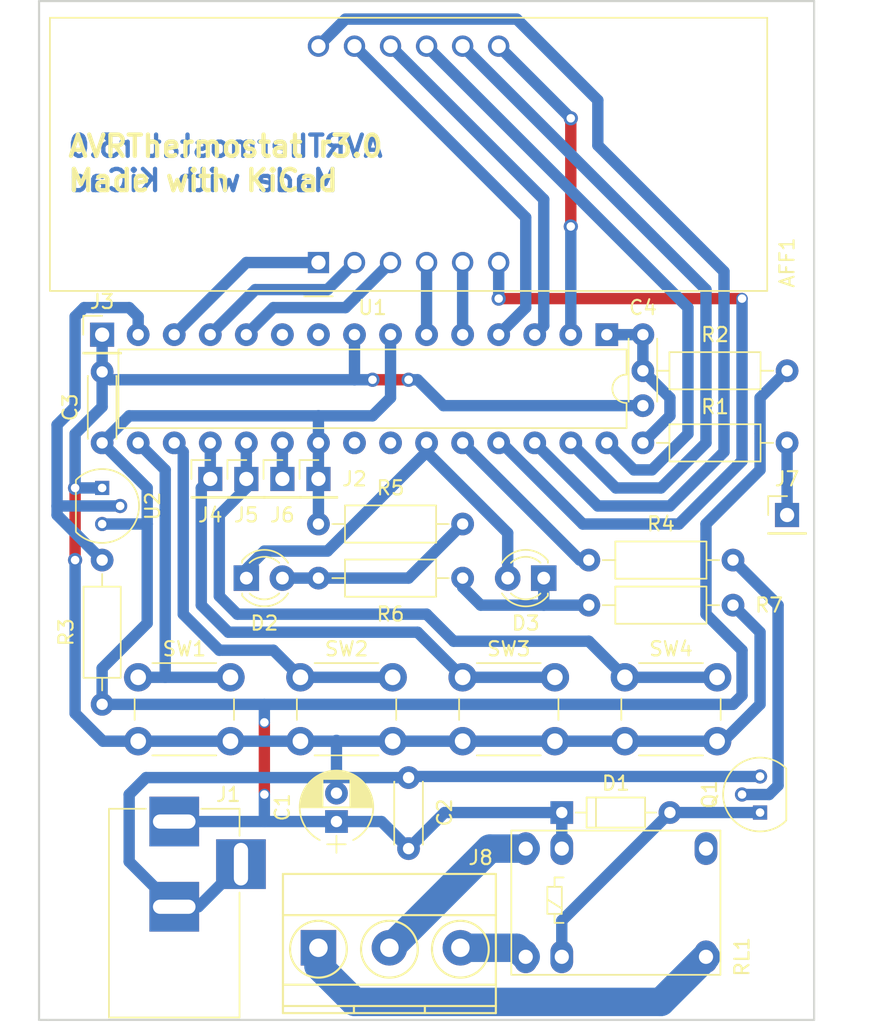
<source format=kicad_pcb>
(kicad_pcb (version 4) (host pcbnew 4.0.6)

  (general
    (links 72)
    (no_connects 0)
    (area 116.888571 58.979999 180.291429 131.475666)
    (thickness 1.6)
    (drawings 7)
    (tracks 228)
    (zones 0)
    (modules 31)
    (nets 36)
  )

  (page A4)
  (title_block
    (title "Thermostat on ATmega8A, DS18B20 and 7-segment Display")
    (date 2017-07-30)
    (rev 3.0)
    (company "Artyom Protaskin")
  )

  (layers
    (0 F.Cu signal)
    (31 B.Cu signal)
    (32 B.Adhes user)
    (33 F.Adhes user)
    (34 B.Paste user)
    (35 F.Paste user)
    (36 B.SilkS user)
    (37 F.SilkS user)
    (38 B.Mask user)
    (39 F.Mask user)
    (40 Dwgs.User user)
    (41 Cmts.User user)
    (42 Eco1.User user)
    (43 Eco2.User user)
    (44 Edge.Cuts user)
    (45 Margin user)
    (46 B.CrtYd user)
    (47 F.CrtYd user)
    (48 B.Fab user)
    (49 F.Fab user)
  )

  (setup
    (last_trace_width 0.8)
    (trace_clearance 0.3)
    (zone_clearance 0.508)
    (zone_45_only no)
    (trace_min 0.6)
    (segment_width 0.2)
    (edge_width 0.15)
    (via_size 1)
    (via_drill 0.6)
    (via_min_size 0.6)
    (via_min_drill 0.3)
    (uvia_size 0.3)
    (uvia_drill 0.1)
    (uvias_allowed no)
    (uvia_min_size 0.2)
    (uvia_min_drill 0.1)
    (pcb_text_width 0.3)
    (pcb_text_size 1.5 1.5)
    (mod_edge_width 0.15)
    (mod_text_size 1 1)
    (mod_text_width 0.15)
    (pad_size 1.524 1.524)
    (pad_drill 0.762)
    (pad_to_mask_clearance 0.2)
    (aux_axis_origin 0 0)
    (grid_origin 121.92 82.55)
    (visible_elements 7FFEFF7F)
    (pcbplotparams
      (layerselection 0x00030_80000001)
      (usegerberextensions false)
      (excludeedgelayer true)
      (linewidth 0.100000)
      (plotframeref false)
      (viasonmask false)
      (mode 1)
      (useauxorigin false)
      (hpglpennumber 1)
      (hpglpenspeed 20)
      (hpglpendiameter 15)
      (hpglpenoverlay 2)
      (psnegative false)
      (psa4output false)
      (plotreference true)
      (plotvalue true)
      (plotinvisibletext false)
      (padsonsilk false)
      (subtractmaskfromsilk false)
      (outputformat 1)
      (mirror false)
      (drillshape 1)
      (scaleselection 1)
      (outputdirectory ""))
  )

  (net 0 "")
  (net 1 +5V)
  (net 2 GND)
  (net 3 "Net-(C4-Pad1)")
  (net 4 "Net-(D1-Pad2)")
  (net 5 "Net-(D2-Pad1)")
  (net 6 "Net-(D2-Pad2)")
  (net 7 "Net-(D3-Pad1)")
  (net 8 "Net-(J8-Pad3)")
  (net 9 "Net-(J8-Pad1)")
  (net 10 "Net-(J8-Pad2)")
  (net 11 "Net-(Q1-Pad2)")
  (net 12 "Net-(R3-Pad2)")
  (net 13 "Net-(R4-Pad2)")
  (net 14 "Net-(SW1-Pad1)")
  (net 15 "Net-(SW2-Pad1)")
  (net 16 "Net-(U1-Pad21)")
  (net 17 "Net-(U1-Pad22)")
  (net 18 "Net-(U1-Pad9)")
  (net 19 "Net-(U1-Pad10)")
  (net 20 /E)
  (net 21 /D)
  (net 22 /DP)
  (net 23 /C)
  (net 24 /G)
  (net 25 /CC4)
  (net 26 /B)
  (net 27 /CC3)
  (net 28 /CC2)
  (net 29 /F)
  (net 30 /A)
  (net 31 /CC1)
  (net 32 MOSI)
  (net 33 MISO)
  (net 34 SCK)
  (net 35 RESET)

  (net_class Default "This is the default net class."
    (clearance 0.3)
    (trace_width 0.8)
    (via_dia 1)
    (via_drill 0.6)
    (uvia_dia 0.3)
    (uvia_drill 0.1)
    (add_net +5V)
    (add_net /A)
    (add_net /B)
    (add_net /C)
    (add_net /CC1)
    (add_net /CC2)
    (add_net /CC3)
    (add_net /CC4)
    (add_net /D)
    (add_net /DP)
    (add_net /E)
    (add_net /F)
    (add_net /G)
    (add_net GND)
    (add_net MISO)
    (add_net MOSI)
    (add_net "Net-(C4-Pad1)")
    (add_net "Net-(D1-Pad2)")
    (add_net "Net-(D2-Pad1)")
    (add_net "Net-(D2-Pad2)")
    (add_net "Net-(D3-Pad1)")
    (add_net "Net-(Q1-Pad2)")
    (add_net "Net-(R3-Pad2)")
    (add_net "Net-(R4-Pad2)")
    (add_net "Net-(SW1-Pad1)")
    (add_net "Net-(SW2-Pad1)")
    (add_net "Net-(U1-Pad10)")
    (add_net "Net-(U1-Pad21)")
    (add_net "Net-(U1-Pad22)")
    (add_net "Net-(U1-Pad9)")
    (add_net RESET)
    (add_net SCK)
  )

  (net_class Power ""
    (clearance 0.5)
    (trace_width 2)
    (via_dia 1)
    (via_drill 0.6)
    (uvia_dia 0.3)
    (uvia_drill 0.1)
    (add_net "Net-(J8-Pad1)")
    (add_net "Net-(J8-Pad2)")
    (add_net "Net-(J8-Pad3)")
  )

  (module Pin_Headers:Pin_Header_Straight_1x01_Pitch2.54mm (layer F.Cu) (tedit 597D7EB1) (tstamp 597C78C0)
    (at 132.08 92.71)
    (descr "Through hole straight pin header, 1x01, 2.54mm pitch, single row")
    (tags "Through hole pin header THT 1x01 2.54mm single row")
    (path /597DE67C)
    (fp_text reference J4 (at 0 2.54) (layer F.SilkS)
      (effects (font (size 1 1) (thickness 0.15)))
    )
    (fp_text value CONN_01X01_MALE (at 0 2.33) (layer F.Fab)
      (effects (font (size 1 1) (thickness 0.15)))
    )
    (fp_line (start -0.635 -1.27) (end 1.27 -1.27) (layer F.Fab) (width 0.1))
    (fp_line (start 1.27 -1.27) (end 1.27 1.27) (layer F.Fab) (width 0.1))
    (fp_line (start 1.27 1.27) (end -1.27 1.27) (layer F.Fab) (width 0.1))
    (fp_line (start -1.27 1.27) (end -1.27 -0.635) (layer F.Fab) (width 0.1))
    (fp_line (start -1.27 -0.635) (end -0.635 -1.27) (layer F.Fab) (width 0.1))
    (fp_line (start -1.33 1.33) (end 1.33 1.33) (layer F.SilkS) (width 0.12))
    (fp_line (start -1.33 1.27) (end -1.33 1.33) (layer F.SilkS) (width 0.12))
    (fp_line (start 1.33 1.27) (end 1.33 1.33) (layer F.SilkS) (width 0.12))
    (fp_line (start -1.33 1.27) (end 1.33 1.27) (layer F.SilkS) (width 0.12))
    (fp_line (start -1.33 0) (end -1.33 -1.33) (layer F.SilkS) (width 0.12))
    (fp_line (start -1.33 -1.33) (end 0 -1.33) (layer F.SilkS) (width 0.12))
    (fp_line (start -1.8 -1.8) (end -1.8 1.8) (layer F.CrtYd) (width 0.05))
    (fp_line (start -1.8 1.8) (end 1.8 1.8) (layer F.CrtYd) (width 0.05))
    (fp_line (start 1.8 1.8) (end 1.8 -1.8) (layer F.CrtYd) (width 0.05))
    (fp_line (start 1.8 -1.8) (end -1.8 -1.8) (layer F.CrtYd) (width 0.05))
    (fp_text user %R (at 0 0 90) (layer F.Fab)
      (effects (font (size 1 1) (thickness 0.15)))
    )
    (pad 1 thru_hole rect (at 0 0) (size 1.7 1.7) (drill 1) (layers *.Cu *.Mask)
      (net 32 MOSI))
    (model ${KISYS3DMOD}/Pin_Headers.3dshapes/Pin_Header_Straight_1x01_Pitch2.54mm.wrl
      (at (xyz 0 0 0))
      (scale (xyz 1 1 1))
      (rotate (xyz 0 0 0))
    )
  )

  (module Resistors_THT:R_Axial_DIN0207_L6.3mm_D2.5mm_P10.16mm_Horizontal (layer F.Cu) (tedit 597CDDBC) (tstamp 597C78E9)
    (at 172.72 85.09 180)
    (descr "Resistor, Axial_DIN0207 series, Axial, Horizontal, pin pitch=10.16mm, 0.25W = 1/4W, length*diameter=6.3*2.5mm^2, http://cdn-reichelt.de/documents/datenblatt/B400/1_4W%23YAG.pdf")
    (tags "Resistor Axial_DIN0207 series Axial Horizontal pin pitch 10.16mm 0.25W = 1/4W length 6.3mm diameter 2.5mm")
    (path /597C2ED1)
    (fp_text reference R2 (at 5.08 2.54 180) (layer F.SilkS)
      (effects (font (size 1 1) (thickness 0.15)))
    )
    (fp_text value 4.7k (at 5.08 0 180) (layer F.Fab)
      (effects (font (size 1 1) (thickness 0.15)))
    )
    (fp_line (start 1.93 -1.25) (end 1.93 1.25) (layer F.Fab) (width 0.1))
    (fp_line (start 1.93 1.25) (end 8.23 1.25) (layer F.Fab) (width 0.1))
    (fp_line (start 8.23 1.25) (end 8.23 -1.25) (layer F.Fab) (width 0.1))
    (fp_line (start 8.23 -1.25) (end 1.93 -1.25) (layer F.Fab) (width 0.1))
    (fp_line (start 0 0) (end 1.93 0) (layer F.Fab) (width 0.1))
    (fp_line (start 10.16 0) (end 8.23 0) (layer F.Fab) (width 0.1))
    (fp_line (start 1.87 -1.31) (end 1.87 1.31) (layer F.SilkS) (width 0.12))
    (fp_line (start 1.87 1.31) (end 8.29 1.31) (layer F.SilkS) (width 0.12))
    (fp_line (start 8.29 1.31) (end 8.29 -1.31) (layer F.SilkS) (width 0.12))
    (fp_line (start 8.29 -1.31) (end 1.87 -1.31) (layer F.SilkS) (width 0.12))
    (fp_line (start 0.98 0) (end 1.87 0) (layer F.SilkS) (width 0.12))
    (fp_line (start 9.18 0) (end 8.29 0) (layer F.SilkS) (width 0.12))
    (fp_line (start -1.05 -1.6) (end -1.05 1.6) (layer F.CrtYd) (width 0.05))
    (fp_line (start -1.05 1.6) (end 11.25 1.6) (layer F.CrtYd) (width 0.05))
    (fp_line (start 11.25 1.6) (end 11.25 -1.6) (layer F.CrtYd) (width 0.05))
    (fp_line (start 11.25 -1.6) (end -1.05 -1.6) (layer F.CrtYd) (width 0.05))
    (pad 1 thru_hole circle (at 0 0 180) (size 1.6 1.6) (drill 0.8) (layers *.Cu *.Mask)
      (net 1 +5V))
    (pad 2 thru_hole oval (at 10.16 0 180) (size 1.6 1.6) (drill 0.8) (layers *.Cu *.Mask)
      (net 3 "Net-(C4-Pad1)"))
    (model ${KISYS3DMOD}/Resistors_THT.3dshapes/R_Axial_DIN0207_L6.3mm_D2.5mm_P10.16mm_Horizontal.wrl
      (at (xyz 0 0 0))
      (scale (xyz 0.393701 0.393701 0.393701))
      (rotate (xyz 0 0 0))
    )
  )

  (module Relays_THT:Relay_SPDT_HJR-4102 (layer F.Cu) (tedit 597D8020) (tstamp 597C7911)
    (at 167.005 118.745 270)
    (descr "IM Signal Relay SPDT HJR-4102")
    (tags "Relay SPDT IM-relay HJR-4102")
    (path /597C568A)
    (fp_text reference RL1 (at 7.62 -2.54 270) (layer F.SilkS)
      (effects (font (size 1 1) (thickness 0.15)))
    )
    (fp_text value TIANBO-HJR-4102-L (at 4.064 14.732 270) (layer F.Fab)
      (effects (font (size 1 1) (thickness 0.15)))
    )
    (fp_text user %R (at 3.81 6.35 270) (layer F.Fab)
      (effects (font (size 1 1) (thickness 0.15)))
    )
    (fp_line (start 8.89 -1.016) (end 8.89 13.716) (layer F.SilkS) (width 0.12))
    (fp_line (start 8.89 13.716) (end -1.27 13.716) (layer F.SilkS) (width 0.12))
    (fp_line (start -1.27 13.716) (end -1.27 -1.016) (layer F.SilkS) (width 0.12))
    (fp_line (start -1.5 -1.25) (end 9.15 -1.25) (layer F.CrtYd) (width 0.05))
    (fp_line (start 9.15 -1.25) (end 9.15 13.85) (layer F.CrtYd) (width 0.05))
    (fp_line (start 9.15 13.95) (end -1.5 13.95) (layer F.CrtYd) (width 0.05))
    (fp_line (start -1.5 13.85) (end -1.5 -1.25) (layer F.CrtYd) (width 0.05))
    (fp_line (start -1.27 -1.016) (end 8.89 -1.016) (layer F.SilkS) (width 0.12))
    (fp_line (start -1.016 -0.762) (end 8.636 -0.762) (layer F.Fab) (width 0.1))
    (fp_line (start 8.636 -0.762) (end 8.636 13.462) (layer F.Fab) (width 0.1))
    (fp_line (start 8.636 13.462) (end -1.016 13.462) (layer F.Fab) (width 0.1))
    (fp_line (start -1.016 13.462) (end -1.016 -0.762) (layer F.Fab) (width 0.1))
    (fp_line (start 4.216 10.16) (end 3.581 11.176) (layer F.SilkS) (width 0.12))
    (fp_line (start 2.032 10.033) (end 2.032 10.668) (layer F.SilkS) (width 0.12))
    (fp_line (start 2.032 10.668) (end 2.692 10.668) (layer F.SilkS) (width 0.12))
    (fp_line (start 5.232 10.033) (end 5.232 10.668) (layer F.SilkS) (width 0.12))
    (fp_line (start 5.232 10.668) (end 4.597 10.668) (layer F.SilkS) (width 0.12))
    (fp_line (start 4.597 10.16) (end 2.692 10.16) (layer F.SilkS) (width 0.12))
    (fp_line (start 2.692 10.16) (end 2.692 11.176) (layer F.SilkS) (width 0.12))
    (fp_line (start 2.692 11.176) (end 4.597 11.176) (layer F.SilkS) (width 0.12))
    (fp_line (start 4.597 10.16) (end 4.597 11.176) (layer F.SilkS) (width 0.12))
    (pad 12 thru_hole oval (at 7.62 0 270) (size 2.3 1.6) (drill 1) (layers *.Cu *.Mask)
      (net 9 "Net-(J8-Pad1)"))
    (pad 8 thru_hole oval (at 7.62 10.16 270) (size 2.3 1.6) (drill 1) (layers *.Cu *.Mask)
      (net 4 "Net-(D1-Pad2)"))
    (pad 1 thru_hole oval (at 0 0 270) (size 2.3 1.6) (drill 1) (layers *.Cu *.Mask))
    (pad 5 thru_hole oval (at 0 10.16 270) (size 2.3 1.6) (drill 1) (layers *.Cu *.Mask)
      (net 1 +5V))
    (pad 7 thru_hole oval (at 7.62 12.7 270) (size 2.3 1.6) (drill 1) (layers *.Cu *.Mask)
      (net 8 "Net-(J8-Pad3)"))
    (pad 6 thru_hole oval (at 0 12.7 270) (size 2.3 1.6) (drill 1) (layers *.Cu *.Mask)
      (net 10 "Net-(J8-Pad2)"))
    (model ${KISYS3DMOD}/Relays_THT.3dshapes/Relay_SPDT_HJR-4102.wrl
      (at (xyz 0 0 0))
      (scale (xyz 0.395 0.395 0.395))
      (rotate (xyz 0 0 90))
    )
  )

  (module Housings_DIP:DIP-28_W7.62mm (layer F.Cu) (tedit 597D7E7B) (tstamp 597C7951)
    (at 160.02 82.55 270)
    (descr "28-lead dip package, row spacing 7.62 mm (300 mils)")
    (tags "DIL DIP PDIP 2.54mm 7.62mm 300mil")
    (path /597C18C7)
    (fp_text reference U1 (at -1.905 16.51 360) (layer F.SilkS)
      (effects (font (size 1 1) (thickness 0.15)))
    )
    (fp_text value ATMEGA8-16PU (at 5.08 6.985 360) (layer F.Fab)
      (effects (font (size 1 1) (thickness 0.15)))
    )
    (fp_text user %R (at 3.81 16.51 270) (layer F.Fab)
      (effects (font (size 1 1) (thickness 0.15)))
    )
    (fp_line (start 1.635 -1.27) (end 6.985 -1.27) (layer F.Fab) (width 0.1))
    (fp_line (start 6.985 -1.27) (end 6.985 34.29) (layer F.Fab) (width 0.1))
    (fp_line (start 6.985 34.29) (end 0.635 34.29) (layer F.Fab) (width 0.1))
    (fp_line (start 0.635 34.29) (end 0.635 -0.27) (layer F.Fab) (width 0.1))
    (fp_line (start 0.635 -0.27) (end 1.635 -1.27) (layer F.Fab) (width 0.1))
    (fp_line (start 2.81 -1.39) (end 1.04 -1.39) (layer F.SilkS) (width 0.12))
    (fp_line (start 1.04 -1.39) (end 1.04 34.41) (layer F.SilkS) (width 0.12))
    (fp_line (start 1.04 34.41) (end 6.58 34.41) (layer F.SilkS) (width 0.12))
    (fp_line (start 6.58 34.41) (end 6.58 -1.39) (layer F.SilkS) (width 0.12))
    (fp_line (start 6.58 -1.39) (end 4.81 -1.39) (layer F.SilkS) (width 0.12))
    (fp_line (start -1.1 -1.6) (end -1.1 34.6) (layer F.CrtYd) (width 0.05))
    (fp_line (start -1.1 34.6) (end 8.7 34.6) (layer F.CrtYd) (width 0.05))
    (fp_line (start 8.7 34.6) (end 8.7 -1.6) (layer F.CrtYd) (width 0.05))
    (fp_line (start 8.7 -1.6) (end -1.1 -1.6) (layer F.CrtYd) (width 0.05))
    (fp_arc (start 3.81 -1.39) (end 2.81 -1.39) (angle -180) (layer F.SilkS) (width 0.12))
    (pad 1 thru_hole rect (at 0 0 270) (size 1.6 1.6) (drill 0.8) (layers *.Cu *.Mask)
      (net 3 "Net-(C4-Pad1)"))
    (pad 15 thru_hole oval (at 7.62 33.02 270) (size 1.6 1.6) (drill 0.8) (layers *.Cu *.Mask)
      (net 14 "Net-(SW1-Pad1)"))
    (pad 2 thru_hole oval (at 0 2.54 270) (size 1.6 1.6) (drill 0.8) (layers *.Cu *.Mask)
      (net 26 /B))
    (pad 16 thru_hole oval (at 7.62 30.48 270) (size 1.6 1.6) (drill 0.8) (layers *.Cu *.Mask)
      (net 15 "Net-(SW2-Pad1)"))
    (pad 3 thru_hole oval (at 0 5.08 270) (size 1.6 1.6) (drill 0.8) (layers *.Cu *.Mask)
      (net 29 /F))
    (pad 17 thru_hole oval (at 7.62 27.94 270) (size 1.6 1.6) (drill 0.8) (layers *.Cu *.Mask)
      (net 32 MOSI))
    (pad 4 thru_hole oval (at 0 7.62 270) (size 1.6 1.6) (drill 0.8) (layers *.Cu *.Mask)
      (net 30 /A))
    (pad 18 thru_hole oval (at 7.62 25.4 270) (size 1.6 1.6) (drill 0.8) (layers *.Cu *.Mask)
      (net 33 MISO))
    (pad 5 thru_hole oval (at 0 10.16 270) (size 1.6 1.6) (drill 0.8) (layers *.Cu *.Mask)
      (net 24 /G))
    (pad 19 thru_hole oval (at 7.62 22.86 270) (size 1.6 1.6) (drill 0.8) (layers *.Cu *.Mask)
      (net 34 SCK))
    (pad 6 thru_hole oval (at 0 12.7 270) (size 1.6 1.6) (drill 0.8) (layers *.Cu *.Mask)
      (net 23 /C))
    (pad 20 thru_hole oval (at 7.62 20.32 270) (size 1.6 1.6) (drill 0.8) (layers *.Cu *.Mask)
      (net 1 +5V))
    (pad 7 thru_hole oval (at 0 15.24 270) (size 1.6 1.6) (drill 0.8) (layers *.Cu *.Mask)
      (net 1 +5V))
    (pad 21 thru_hole oval (at 7.62 17.78 270) (size 1.6 1.6) (drill 0.8) (layers *.Cu *.Mask)
      (net 16 "Net-(U1-Pad21)"))
    (pad 8 thru_hole oval (at 0 17.78 270) (size 1.6 1.6) (drill 0.8) (layers *.Cu *.Mask)
      (net 2 GND))
    (pad 22 thru_hole oval (at 7.62 15.24 270) (size 1.6 1.6) (drill 0.8) (layers *.Cu *.Mask)
      (net 17 "Net-(U1-Pad22)"))
    (pad 9 thru_hole oval (at 0 20.32 270) (size 1.6 1.6) (drill 0.8) (layers *.Cu *.Mask)
      (net 18 "Net-(U1-Pad9)"))
    (pad 23 thru_hole oval (at 7.62 12.7 270) (size 1.6 1.6) (drill 0.8) (layers *.Cu *.Mask)
      (net 5 "Net-(D2-Pad1)"))
    (pad 10 thru_hole oval (at 0 22.86 270) (size 1.6 1.6) (drill 0.8) (layers *.Cu *.Mask)
      (net 19 "Net-(U1-Pad10)"))
    (pad 24 thru_hole oval (at 7.62 10.16 270) (size 1.6 1.6) (drill 0.8) (layers *.Cu *.Mask)
      (net 13 "Net-(R4-Pad2)"))
    (pad 11 thru_hole oval (at 0 25.4 270) (size 1.6 1.6) (drill 0.8) (layers *.Cu *.Mask)
      (net 22 /DP))
    (pad 25 thru_hole oval (at 7.62 7.62 270) (size 1.6 1.6) (drill 0.8) (layers *.Cu *.Mask)
      (net 25 /CC4))
    (pad 12 thru_hole oval (at 0 27.94 270) (size 1.6 1.6) (drill 0.8) (layers *.Cu *.Mask)
      (net 21 /D))
    (pad 26 thru_hole oval (at 7.62 5.08 270) (size 1.6 1.6) (drill 0.8) (layers *.Cu *.Mask)
      (net 31 /CC1))
    (pad 13 thru_hole oval (at 0 30.48 270) (size 1.6 1.6) (drill 0.8) (layers *.Cu *.Mask)
      (net 20 /E))
    (pad 27 thru_hole oval (at 7.62 2.54 270) (size 1.6 1.6) (drill 0.8) (layers *.Cu *.Mask)
      (net 27 /CC3))
    (pad 14 thru_hole oval (at 0 33.02 270) (size 1.6 1.6) (drill 0.8) (layers *.Cu *.Mask)
      (net 12 "Net-(R3-Pad2)"))
    (pad 28 thru_hole oval (at 7.62 0 270) (size 1.6 1.6) (drill 0.8) (layers *.Cu *.Mask)
      (net 28 /CC2))
    (model ${KISYS3DMOD}/Housings_DIP.3dshapes/DIP-28_W7.62mm.wrl
      (at (xyz 0 0 0))
      (scale (xyz 1 1 1))
      (rotate (xyz 0 0 0))
    )
  )

  (module Displays_7-Segment:CC56-12GWA (layer F.Cu) (tedit 597D7EA8) (tstamp 597C7880)
    (at 139.7 77.47 90)
    (descr "4 digit 7 segment green LED, http://www.kingbrightusa.com/images/catalog/SPEC/CA56-11GWA.pdf")
    (tags "4 digit 7 segment green LED")
    (path /597C5AE4)
    (fp_text reference AFF1 (at 0 33.02 90) (layer F.SilkS)
      (effects (font (size 1 1) (thickness 0.15)))
    )
    (fp_text value CC56-12 (at 3 32.8 90) (layer F.Fab)
      (effects (font (size 1 1) (thickness 0.15)))
    )
    (fp_line (start -2 -18.92) (end 17.24 -18.92) (layer F.SilkS) (width 0.12))
    (fp_line (start -2 -18.92) (end -2 31.62) (layer F.SilkS) (width 0.12))
    (fp_line (start -2 31.62) (end 17.24 31.62) (layer F.SilkS) (width 0.12))
    (fp_line (start 17.24 31.62) (end 17.24 -18.92) (layer F.SilkS) (width 0.12))
    (fp_line (start -1.88 1) (end -0.88 0) (layer F.Fab) (width 0.1))
    (fp_line (start -0.88 0) (end -1.88 -1) (layer F.Fab) (width 0.1))
    (fp_line (start -1.88 -1) (end -1.88 -18.8) (layer F.Fab) (width 0.1))
    (fp_line (start -2.13 -19.05) (end 17.37 -19.05) (layer F.CrtYd) (width 0.05))
    (fp_line (start 17.37 -19.05) (end 17.37 31.75) (layer F.CrtYd) (width 0.05))
    (fp_line (start 17.37 31.75) (end -2.13 31.75) (layer F.CrtYd) (width 0.05))
    (fp_line (start -2.13 31.75) (end -2.13 -19.05) (layer F.CrtYd) (width 0.05))
    (fp_line (start -2.38 -1) (end -2.38 1) (layer F.SilkS) (width 0.12))
    (fp_line (start -1.88 -18.8) (end 17.12 -18.8) (layer F.Fab) (width 0.1))
    (fp_line (start 17.12 -18.8) (end 17.12 31.5) (layer F.Fab) (width 0.1))
    (fp_line (start -1.88 31.5) (end 17.12 31.5) (layer F.Fab) (width 0.1))
    (fp_line (start -1.88 1) (end -1.88 31.5) (layer F.Fab) (width 0.1))
    (fp_text user %R (at 8.128 6.604 90) (layer F.Fab)
      (effects (font (size 1 1) (thickness 0.15)))
    )
    (pad 1 thru_hole rect (at 0 0 90) (size 1.5 1.5) (drill 1) (layers *.Cu *.Mask)
      (net 20 /E))
    (pad 2 thru_hole circle (at 0 2.54 90) (size 1.5 1.5) (drill 1) (layers *.Cu *.Mask)
      (net 21 /D))
    (pad 3 thru_hole circle (at 0 5.08 90) (size 1.5 1.5) (drill 1) (layers *.Cu *.Mask)
      (net 22 /DP))
    (pad 4 thru_hole circle (at 0 7.62 90) (size 1.5 1.5) (drill 1) (layers *.Cu *.Mask)
      (net 23 /C))
    (pad 5 thru_hole circle (at 0 10.16 90) (size 1.5 1.5) (drill 1) (layers *.Cu *.Mask)
      (net 24 /G))
    (pad 6 thru_hole circle (at 0 12.7 90) (size 1.5 1.5) (drill 1) (layers *.Cu *.Mask)
      (net 25 /CC4))
    (pad 7 thru_hole circle (at 15.24 12.7 90) (size 1.5 1.5) (drill 1) (layers *.Cu *.Mask)
      (net 26 /B))
    (pad 8 thru_hole circle (at 15.24 10.16 90) (size 1.5 1.5) (drill 1) (layers *.Cu *.Mask)
      (net 27 /CC3))
    (pad 9 thru_hole circle (at 15.24 7.62 90) (size 1.5 1.5) (drill 1) (layers *.Cu *.Mask)
      (net 28 /CC2))
    (pad 10 thru_hole circle (at 15.24 5.08 90) (size 1.5 1.5) (drill 1) (layers *.Cu *.Mask)
      (net 29 /F))
    (pad 11 thru_hole circle (at 15.24 2.54 90) (size 1.5 1.5) (drill 1) (layers *.Cu *.Mask)
      (net 30 /A))
    (pad 12 thru_hole circle (at 15.24 0 90) (size 1.5 1.5) (drill 1) (layers *.Cu *.Mask)
      (net 31 /CC1))
    (model ${KISYS3DMOD}/Displays_7-Segment.3dshapes/CC56-12GWA.wrl
      (at (xyz 0 0 0))
      (scale (xyz 1 1 1))
      (rotate (xyz 0 0 0))
    )
  )

  (module Capacitors_THT:CP_Radial_D5.0mm_P2.00mm (layer F.Cu) (tedit 597D7F65) (tstamp 597C7886)
    (at 140.97 116.84 90)
    (descr "CP, Radial series, Radial, pin pitch=2.00mm, , diameter=5mm, Electrolytic Capacitor")
    (tags "CP Radial series Radial pin pitch 2.00mm  diameter 5mm Electrolytic Capacitor")
    (path /597C5AC0)
    (fp_text reference C1 (at 1 -3.81 90) (layer F.SilkS)
      (effects (font (size 1 1) (thickness 0.15)))
    )
    (fp_text value 47uF (at 1 3.81 90) (layer F.Fab)
      (effects (font (size 1 1) (thickness 0.15)))
    )
    (fp_arc (start 1 0) (end -1.30558 -1.18) (angle 125.8) (layer F.SilkS) (width 0.12))
    (fp_arc (start 1 0) (end -1.30558 1.18) (angle -125.8) (layer F.SilkS) (width 0.12))
    (fp_arc (start 1 0) (end 3.30558 -1.18) (angle 54.2) (layer F.SilkS) (width 0.12))
    (fp_circle (center 1 0) (end 3.5 0) (layer F.Fab) (width 0.1))
    (fp_line (start -2.2 0) (end -1 0) (layer F.Fab) (width 0.1))
    (fp_line (start -1.6 -0.65) (end -1.6 0.65) (layer F.Fab) (width 0.1))
    (fp_line (start 1 -2.55) (end 1 2.55) (layer F.SilkS) (width 0.12))
    (fp_line (start 1.04 -2.55) (end 1.04 -0.98) (layer F.SilkS) (width 0.12))
    (fp_line (start 1.04 0.98) (end 1.04 2.55) (layer F.SilkS) (width 0.12))
    (fp_line (start 1.08 -2.549) (end 1.08 -0.98) (layer F.SilkS) (width 0.12))
    (fp_line (start 1.08 0.98) (end 1.08 2.549) (layer F.SilkS) (width 0.12))
    (fp_line (start 1.12 -2.548) (end 1.12 -0.98) (layer F.SilkS) (width 0.12))
    (fp_line (start 1.12 0.98) (end 1.12 2.548) (layer F.SilkS) (width 0.12))
    (fp_line (start 1.16 -2.546) (end 1.16 -0.98) (layer F.SilkS) (width 0.12))
    (fp_line (start 1.16 0.98) (end 1.16 2.546) (layer F.SilkS) (width 0.12))
    (fp_line (start 1.2 -2.543) (end 1.2 -0.98) (layer F.SilkS) (width 0.12))
    (fp_line (start 1.2 0.98) (end 1.2 2.543) (layer F.SilkS) (width 0.12))
    (fp_line (start 1.24 -2.539) (end 1.24 -0.98) (layer F.SilkS) (width 0.12))
    (fp_line (start 1.24 0.98) (end 1.24 2.539) (layer F.SilkS) (width 0.12))
    (fp_line (start 1.28 -2.535) (end 1.28 -0.98) (layer F.SilkS) (width 0.12))
    (fp_line (start 1.28 0.98) (end 1.28 2.535) (layer F.SilkS) (width 0.12))
    (fp_line (start 1.32 -2.531) (end 1.32 -0.98) (layer F.SilkS) (width 0.12))
    (fp_line (start 1.32 0.98) (end 1.32 2.531) (layer F.SilkS) (width 0.12))
    (fp_line (start 1.36 -2.525) (end 1.36 -0.98) (layer F.SilkS) (width 0.12))
    (fp_line (start 1.36 0.98) (end 1.36 2.525) (layer F.SilkS) (width 0.12))
    (fp_line (start 1.4 -2.519) (end 1.4 -0.98) (layer F.SilkS) (width 0.12))
    (fp_line (start 1.4 0.98) (end 1.4 2.519) (layer F.SilkS) (width 0.12))
    (fp_line (start 1.44 -2.513) (end 1.44 -0.98) (layer F.SilkS) (width 0.12))
    (fp_line (start 1.44 0.98) (end 1.44 2.513) (layer F.SilkS) (width 0.12))
    (fp_line (start 1.48 -2.506) (end 1.48 -0.98) (layer F.SilkS) (width 0.12))
    (fp_line (start 1.48 0.98) (end 1.48 2.506) (layer F.SilkS) (width 0.12))
    (fp_line (start 1.52 -2.498) (end 1.52 -0.98) (layer F.SilkS) (width 0.12))
    (fp_line (start 1.52 0.98) (end 1.52 2.498) (layer F.SilkS) (width 0.12))
    (fp_line (start 1.56 -2.489) (end 1.56 -0.98) (layer F.SilkS) (width 0.12))
    (fp_line (start 1.56 0.98) (end 1.56 2.489) (layer F.SilkS) (width 0.12))
    (fp_line (start 1.6 -2.48) (end 1.6 -0.98) (layer F.SilkS) (width 0.12))
    (fp_line (start 1.6 0.98) (end 1.6 2.48) (layer F.SilkS) (width 0.12))
    (fp_line (start 1.64 -2.47) (end 1.64 -0.98) (layer F.SilkS) (width 0.12))
    (fp_line (start 1.64 0.98) (end 1.64 2.47) (layer F.SilkS) (width 0.12))
    (fp_line (start 1.68 -2.46) (end 1.68 -0.98) (layer F.SilkS) (width 0.12))
    (fp_line (start 1.68 0.98) (end 1.68 2.46) (layer F.SilkS) (width 0.12))
    (fp_line (start 1.721 -2.448) (end 1.721 -0.98) (layer F.SilkS) (width 0.12))
    (fp_line (start 1.721 0.98) (end 1.721 2.448) (layer F.SilkS) (width 0.12))
    (fp_line (start 1.761 -2.436) (end 1.761 -0.98) (layer F.SilkS) (width 0.12))
    (fp_line (start 1.761 0.98) (end 1.761 2.436) (layer F.SilkS) (width 0.12))
    (fp_line (start 1.801 -2.424) (end 1.801 -0.98) (layer F.SilkS) (width 0.12))
    (fp_line (start 1.801 0.98) (end 1.801 2.424) (layer F.SilkS) (width 0.12))
    (fp_line (start 1.841 -2.41) (end 1.841 -0.98) (layer F.SilkS) (width 0.12))
    (fp_line (start 1.841 0.98) (end 1.841 2.41) (layer F.SilkS) (width 0.12))
    (fp_line (start 1.881 -2.396) (end 1.881 -0.98) (layer F.SilkS) (width 0.12))
    (fp_line (start 1.881 0.98) (end 1.881 2.396) (layer F.SilkS) (width 0.12))
    (fp_line (start 1.921 -2.382) (end 1.921 -0.98) (layer F.SilkS) (width 0.12))
    (fp_line (start 1.921 0.98) (end 1.921 2.382) (layer F.SilkS) (width 0.12))
    (fp_line (start 1.961 -2.366) (end 1.961 -0.98) (layer F.SilkS) (width 0.12))
    (fp_line (start 1.961 0.98) (end 1.961 2.366) (layer F.SilkS) (width 0.12))
    (fp_line (start 2.001 -2.35) (end 2.001 -0.98) (layer F.SilkS) (width 0.12))
    (fp_line (start 2.001 0.98) (end 2.001 2.35) (layer F.SilkS) (width 0.12))
    (fp_line (start 2.041 -2.333) (end 2.041 -0.98) (layer F.SilkS) (width 0.12))
    (fp_line (start 2.041 0.98) (end 2.041 2.333) (layer F.SilkS) (width 0.12))
    (fp_line (start 2.081 -2.315) (end 2.081 -0.98) (layer F.SilkS) (width 0.12))
    (fp_line (start 2.081 0.98) (end 2.081 2.315) (layer F.SilkS) (width 0.12))
    (fp_line (start 2.121 -2.296) (end 2.121 -0.98) (layer F.SilkS) (width 0.12))
    (fp_line (start 2.121 0.98) (end 2.121 2.296) (layer F.SilkS) (width 0.12))
    (fp_line (start 2.161 -2.276) (end 2.161 -0.98) (layer F.SilkS) (width 0.12))
    (fp_line (start 2.161 0.98) (end 2.161 2.276) (layer F.SilkS) (width 0.12))
    (fp_line (start 2.201 -2.256) (end 2.201 -0.98) (layer F.SilkS) (width 0.12))
    (fp_line (start 2.201 0.98) (end 2.201 2.256) (layer F.SilkS) (width 0.12))
    (fp_line (start 2.241 -2.234) (end 2.241 -0.98) (layer F.SilkS) (width 0.12))
    (fp_line (start 2.241 0.98) (end 2.241 2.234) (layer F.SilkS) (width 0.12))
    (fp_line (start 2.281 -2.212) (end 2.281 -0.98) (layer F.SilkS) (width 0.12))
    (fp_line (start 2.281 0.98) (end 2.281 2.212) (layer F.SilkS) (width 0.12))
    (fp_line (start 2.321 -2.189) (end 2.321 -0.98) (layer F.SilkS) (width 0.12))
    (fp_line (start 2.321 0.98) (end 2.321 2.189) (layer F.SilkS) (width 0.12))
    (fp_line (start 2.361 -2.165) (end 2.361 -0.98) (layer F.SilkS) (width 0.12))
    (fp_line (start 2.361 0.98) (end 2.361 2.165) (layer F.SilkS) (width 0.12))
    (fp_line (start 2.401 -2.14) (end 2.401 -0.98) (layer F.SilkS) (width 0.12))
    (fp_line (start 2.401 0.98) (end 2.401 2.14) (layer F.SilkS) (width 0.12))
    (fp_line (start 2.441 -2.113) (end 2.441 -0.98) (layer F.SilkS) (width 0.12))
    (fp_line (start 2.441 0.98) (end 2.441 2.113) (layer F.SilkS) (width 0.12))
    (fp_line (start 2.481 -2.086) (end 2.481 -0.98) (layer F.SilkS) (width 0.12))
    (fp_line (start 2.481 0.98) (end 2.481 2.086) (layer F.SilkS) (width 0.12))
    (fp_line (start 2.521 -2.058) (end 2.521 -0.98) (layer F.SilkS) (width 0.12))
    (fp_line (start 2.521 0.98) (end 2.521 2.058) (layer F.SilkS) (width 0.12))
    (fp_line (start 2.561 -2.028) (end 2.561 -0.98) (layer F.SilkS) (width 0.12))
    (fp_line (start 2.561 0.98) (end 2.561 2.028) (layer F.SilkS) (width 0.12))
    (fp_line (start 2.601 -1.997) (end 2.601 -0.98) (layer F.SilkS) (width 0.12))
    (fp_line (start 2.601 0.98) (end 2.601 1.997) (layer F.SilkS) (width 0.12))
    (fp_line (start 2.641 -1.965) (end 2.641 -0.98) (layer F.SilkS) (width 0.12))
    (fp_line (start 2.641 0.98) (end 2.641 1.965) (layer F.SilkS) (width 0.12))
    (fp_line (start 2.681 -1.932) (end 2.681 -0.98) (layer F.SilkS) (width 0.12))
    (fp_line (start 2.681 0.98) (end 2.681 1.932) (layer F.SilkS) (width 0.12))
    (fp_line (start 2.721 -1.897) (end 2.721 -0.98) (layer F.SilkS) (width 0.12))
    (fp_line (start 2.721 0.98) (end 2.721 1.897) (layer F.SilkS) (width 0.12))
    (fp_line (start 2.761 -1.861) (end 2.761 -0.98) (layer F.SilkS) (width 0.12))
    (fp_line (start 2.761 0.98) (end 2.761 1.861) (layer F.SilkS) (width 0.12))
    (fp_line (start 2.801 -1.823) (end 2.801 -0.98) (layer F.SilkS) (width 0.12))
    (fp_line (start 2.801 0.98) (end 2.801 1.823) (layer F.SilkS) (width 0.12))
    (fp_line (start 2.841 -1.783) (end 2.841 -0.98) (layer F.SilkS) (width 0.12))
    (fp_line (start 2.841 0.98) (end 2.841 1.783) (layer F.SilkS) (width 0.12))
    (fp_line (start 2.881 -1.742) (end 2.881 -0.98) (layer F.SilkS) (width 0.12))
    (fp_line (start 2.881 0.98) (end 2.881 1.742) (layer F.SilkS) (width 0.12))
    (fp_line (start 2.921 -1.699) (end 2.921 -0.98) (layer F.SilkS) (width 0.12))
    (fp_line (start 2.921 0.98) (end 2.921 1.699) (layer F.SilkS) (width 0.12))
    (fp_line (start 2.961 -1.654) (end 2.961 -0.98) (layer F.SilkS) (width 0.12))
    (fp_line (start 2.961 0.98) (end 2.961 1.654) (layer F.SilkS) (width 0.12))
    (fp_line (start 3.001 -1.606) (end 3.001 1.606) (layer F.SilkS) (width 0.12))
    (fp_line (start 3.041 -1.556) (end 3.041 1.556) (layer F.SilkS) (width 0.12))
    (fp_line (start 3.081 -1.504) (end 3.081 1.504) (layer F.SilkS) (width 0.12))
    (fp_line (start 3.121 -1.448) (end 3.121 1.448) (layer F.SilkS) (width 0.12))
    (fp_line (start 3.161 -1.39) (end 3.161 1.39) (layer F.SilkS) (width 0.12))
    (fp_line (start 3.201 -1.327) (end 3.201 1.327) (layer F.SilkS) (width 0.12))
    (fp_line (start 3.241 -1.261) (end 3.241 1.261) (layer F.SilkS) (width 0.12))
    (fp_line (start 3.281 -1.189) (end 3.281 1.189) (layer F.SilkS) (width 0.12))
    (fp_line (start 3.321 -1.112) (end 3.321 1.112) (layer F.SilkS) (width 0.12))
    (fp_line (start 3.361 -1.028) (end 3.361 1.028) (layer F.SilkS) (width 0.12))
    (fp_line (start 3.401 -0.934) (end 3.401 0.934) (layer F.SilkS) (width 0.12))
    (fp_line (start 3.441 -0.829) (end 3.441 0.829) (layer F.SilkS) (width 0.12))
    (fp_line (start 3.481 -0.707) (end 3.481 0.707) (layer F.SilkS) (width 0.12))
    (fp_line (start 3.521 -0.559) (end 3.521 0.559) (layer F.SilkS) (width 0.12))
    (fp_line (start 3.561 -0.354) (end 3.561 0.354) (layer F.SilkS) (width 0.12))
    (fp_line (start -2.2 0) (end -1 0) (layer F.SilkS) (width 0.12))
    (fp_line (start -1.6 -0.65) (end -1.6 0.65) (layer F.SilkS) (width 0.12))
    (fp_line (start -1.85 -2.85) (end -1.85 2.85) (layer F.CrtYd) (width 0.05))
    (fp_line (start -1.85 2.85) (end 3.85 2.85) (layer F.CrtYd) (width 0.05))
    (fp_line (start 3.85 2.85) (end 3.85 -2.85) (layer F.CrtYd) (width 0.05))
    (fp_line (start 3.85 -2.85) (end -1.85 -2.85) (layer F.CrtYd) (width 0.05))
    (fp_text user %R (at 1 0 90) (layer F.Fab)
      (effects (font (size 1 1) (thickness 0.15)))
    )
    (pad 1 thru_hole rect (at 0 0 90) (size 1.6 1.6) (drill 0.8) (layers *.Cu *.Mask)
      (net 1 +5V))
    (pad 2 thru_hole circle (at 2 0 90) (size 1.6 1.6) (drill 0.8) (layers *.Cu *.Mask)
      (net 2 GND))
    (model ${KISYS3DMOD}/Capacitors_THT.3dshapes/CP_Radial_D5.0mm_P2.00mm.wrl
      (at (xyz 0 0 0))
      (scale (xyz 1 1 1))
      (rotate (xyz 0 0 0))
    )
  )

  (module Diodes_THT:D_DO-35_SOD27_P7.62mm_Horizontal (layer F.Cu) (tedit 597D7E10) (tstamp 597C789E)
    (at 156.845 116.205)
    (descr "D, DO-35_SOD27 series, Axial, Horizontal, pin pitch=7.62mm, , length*diameter=4*2mm^2, , http://www.diodes.com/_files/packages/DO-35.pdf")
    (tags "D DO-35_SOD27 series Axial Horizontal pin pitch 7.62mm  length 4mm diameter 2mm")
    (path /597C2A03)
    (fp_text reference D1 (at 3.81 -2.06) (layer F.SilkS)
      (effects (font (size 1 1) (thickness 0.15)))
    )
    (fp_text value 1N4148 (at 3.81 2.06) (layer F.Fab)
      (effects (font (size 1 1) (thickness 0.15)))
    )
    (fp_text user %R (at 3.81 0 90) (layer F.Fab)
      (effects (font (size 1 1) (thickness 0.15)))
    )
    (fp_line (start 1.81 -1) (end 1.81 1) (layer F.Fab) (width 0.1))
    (fp_line (start 1.81 1) (end 5.81 1) (layer F.Fab) (width 0.1))
    (fp_line (start 5.81 1) (end 5.81 -1) (layer F.Fab) (width 0.1))
    (fp_line (start 5.81 -1) (end 1.81 -1) (layer F.Fab) (width 0.1))
    (fp_line (start 0 0) (end 1.81 0) (layer F.Fab) (width 0.1))
    (fp_line (start 7.62 0) (end 5.81 0) (layer F.Fab) (width 0.1))
    (fp_line (start 2.41 -1) (end 2.41 1) (layer F.Fab) (width 0.1))
    (fp_line (start 1.75 -1.06) (end 1.75 1.06) (layer F.SilkS) (width 0.12))
    (fp_line (start 1.75 1.06) (end 5.87 1.06) (layer F.SilkS) (width 0.12))
    (fp_line (start 5.87 1.06) (end 5.87 -1.06) (layer F.SilkS) (width 0.12))
    (fp_line (start 5.87 -1.06) (end 1.75 -1.06) (layer F.SilkS) (width 0.12))
    (fp_line (start 0.98 0) (end 1.75 0) (layer F.SilkS) (width 0.12))
    (fp_line (start 6.64 0) (end 5.87 0) (layer F.SilkS) (width 0.12))
    (fp_line (start 2.41 -1.06) (end 2.41 1.06) (layer F.SilkS) (width 0.12))
    (fp_line (start -1.05 -1.35) (end -1.05 1.35) (layer F.CrtYd) (width 0.05))
    (fp_line (start -1.05 1.35) (end 8.7 1.35) (layer F.CrtYd) (width 0.05))
    (fp_line (start 8.7 1.35) (end 8.7 -1.35) (layer F.CrtYd) (width 0.05))
    (fp_line (start 8.7 -1.35) (end -1.05 -1.35) (layer F.CrtYd) (width 0.05))
    (pad 1 thru_hole rect (at 0 0) (size 1.6 1.6) (drill 0.8) (layers *.Cu *.Mask)
      (net 1 +5V))
    (pad 2 thru_hole oval (at 7.62 0) (size 1.6 1.6) (drill 0.8) (layers *.Cu *.Mask)
      (net 4 "Net-(D1-Pad2)"))
    (model ${KISYS3DMOD}/Diodes_THT.3dshapes/D_DO-35_SOD27_P7.62mm_Horizontal.wrl
      (at (xyz 0 0 0))
      (scale (xyz 0.393701 0.393701 0.393701))
      (rotate (xyz 0 0 0))
    )
  )

  (module LEDs:LED_D3.0mm (layer F.Cu) (tedit 597D7E67) (tstamp 597C78A4)
    (at 134.62 99.695)
    (descr "LED, diameter 3.0mm, 2 pins")
    (tags "LED diameter 3.0mm 2 pins")
    (path /597D93EB)
    (fp_text reference D2 (at 1.27 3.175) (layer F.SilkS)
      (effects (font (size 1 1) (thickness 0.15)))
    )
    (fp_text value LED (at 1.27 2.96) (layer F.Fab)
      (effects (font (size 1 1) (thickness 0.15)))
    )
    (fp_arc (start 1.27 0) (end -0.23 -1.16619) (angle 284.3) (layer F.Fab) (width 0.1))
    (fp_arc (start 1.27 0) (end -0.29 -1.235516) (angle 108.8) (layer F.SilkS) (width 0.12))
    (fp_arc (start 1.27 0) (end -0.29 1.235516) (angle -108.8) (layer F.SilkS) (width 0.12))
    (fp_arc (start 1.27 0) (end 0.229039 -1.08) (angle 87.9) (layer F.SilkS) (width 0.12))
    (fp_arc (start 1.27 0) (end 0.229039 1.08) (angle -87.9) (layer F.SilkS) (width 0.12))
    (fp_circle (center 1.27 0) (end 2.77 0) (layer F.Fab) (width 0.1))
    (fp_line (start -0.23 -1.16619) (end -0.23 1.16619) (layer F.Fab) (width 0.1))
    (fp_line (start -0.29 -1.236) (end -0.29 -1.08) (layer F.SilkS) (width 0.12))
    (fp_line (start -0.29 1.08) (end -0.29 1.236) (layer F.SilkS) (width 0.12))
    (fp_line (start -1.15 -2.25) (end -1.15 2.25) (layer F.CrtYd) (width 0.05))
    (fp_line (start -1.15 2.25) (end 3.7 2.25) (layer F.CrtYd) (width 0.05))
    (fp_line (start 3.7 2.25) (end 3.7 -2.25) (layer F.CrtYd) (width 0.05))
    (fp_line (start 3.7 -2.25) (end -1.15 -2.25) (layer F.CrtYd) (width 0.05))
    (pad 1 thru_hole rect (at 0 0) (size 1.8 1.8) (drill 0.9) (layers *.Cu *.Mask)
      (net 5 "Net-(D2-Pad1)"))
    (pad 2 thru_hole circle (at 2.54 0) (size 1.8 1.8) (drill 0.9) (layers *.Cu *.Mask)
      (net 6 "Net-(D2-Pad2)"))
    (model ${KISYS3DMOD}/LEDs.3dshapes/LED_D3.0mm.wrl
      (at (xyz 0 0 0))
      (scale (xyz 0.393701 0.393701 0.393701))
      (rotate (xyz 0 0 0))
    )
  )

  (module LEDs:LED_D3.0mm (layer F.Cu) (tedit 597D7E63) (tstamp 597C78AA)
    (at 155.575 99.695 180)
    (descr "LED, diameter 3.0mm, 2 pins")
    (tags "LED diameter 3.0mm 2 pins")
    (path /597D969A)
    (fp_text reference D3 (at 1.27 -3.175 180) (layer F.SilkS)
      (effects (font (size 1 1) (thickness 0.15)))
    )
    (fp_text value LED (at 1.27 2.96 180) (layer F.Fab)
      (effects (font (size 1 1) (thickness 0.15)))
    )
    (fp_arc (start 1.27 0) (end -0.23 -1.16619) (angle 284.3) (layer F.Fab) (width 0.1))
    (fp_arc (start 1.27 0) (end -0.29 -1.235516) (angle 108.8) (layer F.SilkS) (width 0.12))
    (fp_arc (start 1.27 0) (end -0.29 1.235516) (angle -108.8) (layer F.SilkS) (width 0.12))
    (fp_arc (start 1.27 0) (end 0.229039 -1.08) (angle 87.9) (layer F.SilkS) (width 0.12))
    (fp_arc (start 1.27 0) (end 0.229039 1.08) (angle -87.9) (layer F.SilkS) (width 0.12))
    (fp_circle (center 1.27 0) (end 2.77 0) (layer F.Fab) (width 0.1))
    (fp_line (start -0.23 -1.16619) (end -0.23 1.16619) (layer F.Fab) (width 0.1))
    (fp_line (start -0.29 -1.236) (end -0.29 -1.08) (layer F.SilkS) (width 0.12))
    (fp_line (start -0.29 1.08) (end -0.29 1.236) (layer F.SilkS) (width 0.12))
    (fp_line (start -1.15 -2.25) (end -1.15 2.25) (layer F.CrtYd) (width 0.05))
    (fp_line (start -1.15 2.25) (end 3.7 2.25) (layer F.CrtYd) (width 0.05))
    (fp_line (start 3.7 2.25) (end 3.7 -2.25) (layer F.CrtYd) (width 0.05))
    (fp_line (start 3.7 -2.25) (end -1.15 -2.25) (layer F.CrtYd) (width 0.05))
    (pad 1 thru_hole rect (at 0 0 180) (size 1.8 1.8) (drill 0.9) (layers *.Cu *.Mask)
      (net 7 "Net-(D3-Pad1)"))
    (pad 2 thru_hole circle (at 2.54 0 180) (size 1.8 1.8) (drill 0.9) (layers *.Cu *.Mask)
      (net 5 "Net-(D2-Pad1)"))
    (model ${KISYS3DMOD}/LEDs.3dshapes/LED_D3.0mm.wrl
      (at (xyz 0 0 0))
      (scale (xyz 0.393701 0.393701 0.393701))
      (rotate (xyz 0 0 0))
    )
  )

  (module Connectors:BARREL_JACK (layer F.Cu) (tedit 597D8035) (tstamp 597C78B1)
    (at 129.54 116.84 90)
    (descr "DC Barrel Jack")
    (tags "Power Jack")
    (path /597F1524)
    (fp_text reference J1 (at 1.905 3.81 360) (layer F.SilkS)
      (effects (font (size 1 1) (thickness 0.15)))
    )
    (fp_text value BARREL_JACK (at -6.2 -5.5 90) (layer F.Fab)
      (effects (font (size 1 1) (thickness 0.15)))
    )
    (fp_line (start 1 -4.5) (end 1 -4.75) (layer F.CrtYd) (width 0.05))
    (fp_line (start 1 -4.75) (end -14 -4.75) (layer F.CrtYd) (width 0.05))
    (fp_line (start 1 -4.5) (end 1 -2) (layer F.CrtYd) (width 0.05))
    (fp_line (start 1 -2) (end 2 -2) (layer F.CrtYd) (width 0.05))
    (fp_line (start 2 -2) (end 2 2) (layer F.CrtYd) (width 0.05))
    (fp_line (start 2 2) (end 1 2) (layer F.CrtYd) (width 0.05))
    (fp_line (start 1 2) (end 1 4.75) (layer F.CrtYd) (width 0.05))
    (fp_line (start 1 4.75) (end -1 4.75) (layer F.CrtYd) (width 0.05))
    (fp_line (start -1 4.75) (end -1 6.75) (layer F.CrtYd) (width 0.05))
    (fp_line (start -1 6.75) (end -5 6.75) (layer F.CrtYd) (width 0.05))
    (fp_line (start -5 6.75) (end -5 4.75) (layer F.CrtYd) (width 0.05))
    (fp_line (start -5 4.75) (end -14 4.75) (layer F.CrtYd) (width 0.05))
    (fp_line (start -14 4.75) (end -14 -4.75) (layer F.CrtYd) (width 0.05))
    (fp_line (start -5 4.6) (end -13.8 4.6) (layer F.SilkS) (width 0.12))
    (fp_line (start -13.8 4.6) (end -13.8 -4.6) (layer F.SilkS) (width 0.12))
    (fp_line (start 0.9 1.9) (end 0.9 4.6) (layer F.SilkS) (width 0.12))
    (fp_line (start 0.9 4.6) (end -1 4.6) (layer F.SilkS) (width 0.12))
    (fp_line (start -13.8 -4.6) (end 0.9 -4.6) (layer F.SilkS) (width 0.12))
    (fp_line (start 0.9 -4.6) (end 0.9 -2) (layer F.SilkS) (width 0.12))
    (fp_line (start -10.2 -4.5) (end -10.2 4.5) (layer F.Fab) (width 0.1))
    (fp_line (start -13.7 -4.5) (end -13.7 4.5) (layer F.Fab) (width 0.1))
    (fp_line (start -13.7 4.5) (end 0.8 4.5) (layer F.Fab) (width 0.1))
    (fp_line (start 0.8 4.5) (end 0.8 -4.5) (layer F.Fab) (width 0.1))
    (fp_line (start 0.8 -4.5) (end -13.7 -4.5) (layer F.Fab) (width 0.1))
    (pad 1 thru_hole rect (at 0 0 90) (size 3.5 3.5) (drill oval 1 3) (layers *.Cu *.Mask)
      (net 1 +5V))
    (pad 2 thru_hole rect (at -6 0 90) (size 3.5 3.5) (drill oval 1 3) (layers *.Cu *.Mask)
      (net 2 GND))
    (pad 3 thru_hole rect (at -3 4.7 90) (size 3.5 3.5) (drill oval 3 1) (layers *.Cu *.Mask)
      (net 2 GND))
  )

  (module Pin_Headers:Pin_Header_Straight_1x01_Pitch2.54mm (layer F.Cu) (tedit 597D7F07) (tstamp 597C78B6)
    (at 139.7 92.71)
    (descr "Through hole straight pin header, 1x01, 2.54mm pitch, single row")
    (tags "Through hole pin header THT 1x01 2.54mm single row")
    (path /597DE506)
    (fp_text reference J2 (at 2.54 0) (layer F.SilkS)
      (effects (font (size 1 1) (thickness 0.15)))
    )
    (fp_text value CONN_01X01_MALE (at 0 2.33) (layer F.Fab)
      (effects (font (size 1 1) (thickness 0.15)))
    )
    (fp_line (start -0.635 -1.27) (end 1.27 -1.27) (layer F.Fab) (width 0.1))
    (fp_line (start 1.27 -1.27) (end 1.27 1.27) (layer F.Fab) (width 0.1))
    (fp_line (start 1.27 1.27) (end -1.27 1.27) (layer F.Fab) (width 0.1))
    (fp_line (start -1.27 1.27) (end -1.27 -0.635) (layer F.Fab) (width 0.1))
    (fp_line (start -1.27 -0.635) (end -0.635 -1.27) (layer F.Fab) (width 0.1))
    (fp_line (start -1.33 1.33) (end 1.33 1.33) (layer F.SilkS) (width 0.12))
    (fp_line (start -1.33 1.27) (end -1.33 1.33) (layer F.SilkS) (width 0.12))
    (fp_line (start 1.33 1.27) (end 1.33 1.33) (layer F.SilkS) (width 0.12))
    (fp_line (start -1.33 1.27) (end 1.33 1.27) (layer F.SilkS) (width 0.12))
    (fp_line (start -1.33 0) (end -1.33 -1.33) (layer F.SilkS) (width 0.12))
    (fp_line (start -1.33 -1.33) (end 0 -1.33) (layer F.SilkS) (width 0.12))
    (fp_line (start -1.8 -1.8) (end -1.8 1.8) (layer F.CrtYd) (width 0.05))
    (fp_line (start -1.8 1.8) (end 1.8 1.8) (layer F.CrtYd) (width 0.05))
    (fp_line (start 1.8 1.8) (end 1.8 -1.8) (layer F.CrtYd) (width 0.05))
    (fp_line (start 1.8 -1.8) (end -1.8 -1.8) (layer F.CrtYd) (width 0.05))
    (fp_text user %R (at 0 0 90) (layer F.Fab)
      (effects (font (size 1 1) (thickness 0.15)))
    )
    (pad 1 thru_hole rect (at 0 0) (size 1.7 1.7) (drill 1) (layers *.Cu *.Mask)
      (net 1 +5V))
    (model ${KISYS3DMOD}/Pin_Headers.3dshapes/Pin_Header_Straight_1x01_Pitch2.54mm.wrl
      (at (xyz 0 0 0))
      (scale (xyz 1 1 1))
      (rotate (xyz 0 0 0))
    )
  )

  (module Pin_Headers:Pin_Header_Straight_1x01_Pitch2.54mm (layer F.Cu) (tedit 597D7E80) (tstamp 597C78BB)
    (at 124.46 82.55)
    (descr "Through hole straight pin header, 1x01, 2.54mm pitch, single row")
    (tags "Through hole pin header THT 1x01 2.54mm single row")
    (path /597DE63B)
    (fp_text reference J3 (at 0 -2.33) (layer F.SilkS)
      (effects (font (size 1 1) (thickness 0.15)))
    )
    (fp_text value CONN_01X01_MALE (at 0 2.33) (layer F.Fab)
      (effects (font (size 1 1) (thickness 0.15)))
    )
    (fp_line (start -0.635 -1.27) (end 1.27 -1.27) (layer F.Fab) (width 0.1))
    (fp_line (start 1.27 -1.27) (end 1.27 1.27) (layer F.Fab) (width 0.1))
    (fp_line (start 1.27 1.27) (end -1.27 1.27) (layer F.Fab) (width 0.1))
    (fp_line (start -1.27 1.27) (end -1.27 -0.635) (layer F.Fab) (width 0.1))
    (fp_line (start -1.27 -0.635) (end -0.635 -1.27) (layer F.Fab) (width 0.1))
    (fp_line (start -1.33 1.33) (end 1.33 1.33) (layer F.SilkS) (width 0.12))
    (fp_line (start -1.33 1.27) (end -1.33 1.33) (layer F.SilkS) (width 0.12))
    (fp_line (start 1.33 1.27) (end 1.33 1.33) (layer F.SilkS) (width 0.12))
    (fp_line (start -1.33 1.27) (end 1.33 1.27) (layer F.SilkS) (width 0.12))
    (fp_line (start -1.33 0) (end -1.33 -1.33) (layer F.SilkS) (width 0.12))
    (fp_line (start -1.33 -1.33) (end 0 -1.33) (layer F.SilkS) (width 0.12))
    (fp_line (start -1.8 -1.8) (end -1.8 1.8) (layer F.CrtYd) (width 0.05))
    (fp_line (start -1.8 1.8) (end 1.8 1.8) (layer F.CrtYd) (width 0.05))
    (fp_line (start 1.8 1.8) (end 1.8 -1.8) (layer F.CrtYd) (width 0.05))
    (fp_line (start 1.8 -1.8) (end -1.8 -1.8) (layer F.CrtYd) (width 0.05))
    (fp_text user %R (at 0 0 90) (layer F.Fab)
      (effects (font (size 1 1) (thickness 0.15)))
    )
    (pad 1 thru_hole rect (at 0 0) (size 1.7 1.7) (drill 1) (layers *.Cu *.Mask)
      (net 2 GND))
    (model ${KISYS3DMOD}/Pin_Headers.3dshapes/Pin_Header_Straight_1x01_Pitch2.54mm.wrl
      (at (xyz 0 0 0))
      (scale (xyz 1 1 1))
      (rotate (xyz 0 0 0))
    )
  )

  (module Pin_Headers:Pin_Header_Straight_1x01_Pitch2.54mm (layer F.Cu) (tedit 597D7EB5) (tstamp 597C78C5)
    (at 134.62 92.71)
    (descr "Through hole straight pin header, 1x01, 2.54mm pitch, single row")
    (tags "Through hole pin header THT 1x01 2.54mm single row")
    (path /597DE6BF)
    (fp_text reference J5 (at 0 2.54) (layer F.SilkS)
      (effects (font (size 1 1) (thickness 0.15)))
    )
    (fp_text value CONN_01X01_MALE (at 0 2.33) (layer F.Fab)
      (effects (font (size 1 1) (thickness 0.15)))
    )
    (fp_line (start -0.635 -1.27) (end 1.27 -1.27) (layer F.Fab) (width 0.1))
    (fp_line (start 1.27 -1.27) (end 1.27 1.27) (layer F.Fab) (width 0.1))
    (fp_line (start 1.27 1.27) (end -1.27 1.27) (layer F.Fab) (width 0.1))
    (fp_line (start -1.27 1.27) (end -1.27 -0.635) (layer F.Fab) (width 0.1))
    (fp_line (start -1.27 -0.635) (end -0.635 -1.27) (layer F.Fab) (width 0.1))
    (fp_line (start -1.33 1.33) (end 1.33 1.33) (layer F.SilkS) (width 0.12))
    (fp_line (start -1.33 1.27) (end -1.33 1.33) (layer F.SilkS) (width 0.12))
    (fp_line (start 1.33 1.27) (end 1.33 1.33) (layer F.SilkS) (width 0.12))
    (fp_line (start -1.33 1.27) (end 1.33 1.27) (layer F.SilkS) (width 0.12))
    (fp_line (start -1.33 0) (end -1.33 -1.33) (layer F.SilkS) (width 0.12))
    (fp_line (start -1.33 -1.33) (end 0 -1.33) (layer F.SilkS) (width 0.12))
    (fp_line (start -1.8 -1.8) (end -1.8 1.8) (layer F.CrtYd) (width 0.05))
    (fp_line (start -1.8 1.8) (end 1.8 1.8) (layer F.CrtYd) (width 0.05))
    (fp_line (start 1.8 1.8) (end 1.8 -1.8) (layer F.CrtYd) (width 0.05))
    (fp_line (start 1.8 -1.8) (end -1.8 -1.8) (layer F.CrtYd) (width 0.05))
    (fp_text user %R (at 0 0 90) (layer F.Fab)
      (effects (font (size 1 1) (thickness 0.15)))
    )
    (pad 1 thru_hole rect (at 0 0) (size 1.7 1.7) (drill 1) (layers *.Cu *.Mask)
      (net 33 MISO))
    (model ${KISYS3DMOD}/Pin_Headers.3dshapes/Pin_Header_Straight_1x01_Pitch2.54mm.wrl
      (at (xyz 0 0 0))
      (scale (xyz 1 1 1))
      (rotate (xyz 0 0 0))
    )
  )

  (module Pin_Headers:Pin_Header_Straight_1x01_Pitch2.54mm (layer F.Cu) (tedit 597D7F05) (tstamp 597C78CA)
    (at 137.16 92.71)
    (descr "Through hole straight pin header, 1x01, 2.54mm pitch, single row")
    (tags "Through hole pin header THT 1x01 2.54mm single row")
    (path /597DE704)
    (fp_text reference J6 (at 0 2.54) (layer F.SilkS)
      (effects (font (size 1 1) (thickness 0.15)))
    )
    (fp_text value CONN_01X01_MALE (at 0 2.33) (layer F.Fab)
      (effects (font (size 1 1) (thickness 0.15)))
    )
    (fp_line (start -0.635 -1.27) (end 1.27 -1.27) (layer F.Fab) (width 0.1))
    (fp_line (start 1.27 -1.27) (end 1.27 1.27) (layer F.Fab) (width 0.1))
    (fp_line (start 1.27 1.27) (end -1.27 1.27) (layer F.Fab) (width 0.1))
    (fp_line (start -1.27 1.27) (end -1.27 -0.635) (layer F.Fab) (width 0.1))
    (fp_line (start -1.27 -0.635) (end -0.635 -1.27) (layer F.Fab) (width 0.1))
    (fp_line (start -1.33 1.33) (end 1.33 1.33) (layer F.SilkS) (width 0.12))
    (fp_line (start -1.33 1.27) (end -1.33 1.33) (layer F.SilkS) (width 0.12))
    (fp_line (start 1.33 1.27) (end 1.33 1.33) (layer F.SilkS) (width 0.12))
    (fp_line (start -1.33 1.27) (end 1.33 1.27) (layer F.SilkS) (width 0.12))
    (fp_line (start -1.33 0) (end -1.33 -1.33) (layer F.SilkS) (width 0.12))
    (fp_line (start -1.33 -1.33) (end 0 -1.33) (layer F.SilkS) (width 0.12))
    (fp_line (start -1.8 -1.8) (end -1.8 1.8) (layer F.CrtYd) (width 0.05))
    (fp_line (start -1.8 1.8) (end 1.8 1.8) (layer F.CrtYd) (width 0.05))
    (fp_line (start 1.8 1.8) (end 1.8 -1.8) (layer F.CrtYd) (width 0.05))
    (fp_line (start 1.8 -1.8) (end -1.8 -1.8) (layer F.CrtYd) (width 0.05))
    (fp_text user %R (at 0 0 90) (layer F.Fab)
      (effects (font (size 1 1) (thickness 0.15)))
    )
    (pad 1 thru_hole rect (at 0 0) (size 1.7 1.7) (drill 1) (layers *.Cu *.Mask)
      (net 34 SCK))
    (model ${KISYS3DMOD}/Pin_Headers.3dshapes/Pin_Header_Straight_1x01_Pitch2.54mm.wrl
      (at (xyz 0 0 0))
      (scale (xyz 1 1 1))
      (rotate (xyz 0 0 0))
    )
  )

  (module Pin_Headers:Pin_Header_Straight_1x01_Pitch2.54mm (layer F.Cu) (tedit 597D7DE3) (tstamp 597C78CF)
    (at 172.72 95.25)
    (descr "Through hole straight pin header, 1x01, 2.54mm pitch, single row")
    (tags "Through hole pin header THT 1x01 2.54mm single row")
    (path /597E56C6)
    (fp_text reference J7 (at 0 -2.54) (layer F.SilkS)
      (effects (font (size 1 1) (thickness 0.15)))
    )
    (fp_text value CONN_01X01_MALE (at 0 2.33) (layer F.Fab)
      (effects (font (size 1 1) (thickness 0.15)))
    )
    (fp_line (start -0.635 -1.27) (end 1.27 -1.27) (layer F.Fab) (width 0.1))
    (fp_line (start 1.27 -1.27) (end 1.27 1.27) (layer F.Fab) (width 0.1))
    (fp_line (start 1.27 1.27) (end -1.27 1.27) (layer F.Fab) (width 0.1))
    (fp_line (start -1.27 1.27) (end -1.27 -0.635) (layer F.Fab) (width 0.1))
    (fp_line (start -1.27 -0.635) (end -0.635 -1.27) (layer F.Fab) (width 0.1))
    (fp_line (start -1.33 1.33) (end 1.33 1.33) (layer F.SilkS) (width 0.12))
    (fp_line (start -1.33 1.27) (end -1.33 1.33) (layer F.SilkS) (width 0.12))
    (fp_line (start 1.33 1.27) (end 1.33 1.33) (layer F.SilkS) (width 0.12))
    (fp_line (start -1.33 1.27) (end 1.33 1.27) (layer F.SilkS) (width 0.12))
    (fp_line (start -1.33 0) (end -1.33 -1.33) (layer F.SilkS) (width 0.12))
    (fp_line (start -1.33 -1.33) (end 0 -1.33) (layer F.SilkS) (width 0.12))
    (fp_line (start -1.8 -1.8) (end -1.8 1.8) (layer F.CrtYd) (width 0.05))
    (fp_line (start -1.8 1.8) (end 1.8 1.8) (layer F.CrtYd) (width 0.05))
    (fp_line (start 1.8 1.8) (end 1.8 -1.8) (layer F.CrtYd) (width 0.05))
    (fp_line (start 1.8 -1.8) (end -1.8 -1.8) (layer F.CrtYd) (width 0.05))
    (fp_text user %R (at 0 0 90) (layer F.Fab)
      (effects (font (size 1 1) (thickness 0.15)))
    )
    (pad 1 thru_hole rect (at 0 0) (size 1.7 1.7) (drill 1) (layers *.Cu *.Mask)
      (net 35 RESET))
    (model ${KISYS3DMOD}/Pin_Headers.3dshapes/Pin_Header_Straight_1x01_Pitch2.54mm.wrl
      (at (xyz 0 0 0))
      (scale (xyz 1 1 1))
      (rotate (xyz 0 0 0))
    )
  )

  (module Connectors_Terminal_Blocks:TerminalBlock_Pheonix_MKDS1.5-3pol (layer F.Cu) (tedit 597D802E) (tstamp 597C78D6)
    (at 139.7 125.73)
    (descr "3-way 5mm pitch terminal block, Phoenix MKDS series")
    (path /597C8FAD)
    (fp_text reference J8 (at 11.43 -6.35) (layer F.SilkS)
      (effects (font (size 1 1) (thickness 0.15)))
    )
    (fp_text value Screw_Terminal_1x03 (at 5 -6.6) (layer F.Fab)
      (effects (font (size 1 1) (thickness 0.15)))
    )
    (fp_line (start -2.7 4.8) (end -2.7 -5.4) (layer F.CrtYd) (width 0.05))
    (fp_line (start 12.7 4.8) (end -2.7 4.8) (layer F.CrtYd) (width 0.05))
    (fp_line (start 12.7 -5.4) (end 12.7 4.8) (layer F.CrtYd) (width 0.05))
    (fp_line (start -2.7 -5.4) (end 12.7 -5.4) (layer F.CrtYd) (width 0.05))
    (fp_circle (center 10 0.1) (end 8 0.1) (layer F.SilkS) (width 0.15))
    (fp_line (start 7.5 4.1) (end 7.5 4.6) (layer F.SilkS) (width 0.15))
    (fp_line (start 2.5 4.1) (end 2.5 4.6) (layer F.SilkS) (width 0.15))
    (fp_circle (center 5 0.1) (end 3 0.1) (layer F.SilkS) (width 0.15))
    (fp_circle (center 0 0.1) (end 2 0.1) (layer F.SilkS) (width 0.15))
    (fp_line (start -2.5 2.6) (end 12.5 2.6) (layer F.SilkS) (width 0.15))
    (fp_line (start -2.5 -2.3) (end 12.5 -2.3) (layer F.SilkS) (width 0.15))
    (fp_line (start -2.5 4.1) (end 12.5 4.1) (layer F.SilkS) (width 0.15))
    (fp_line (start -2.5 4.6) (end 12.5 4.6) (layer F.SilkS) (width 0.15))
    (fp_line (start 12.5 4.6) (end 12.5 -5.2) (layer F.SilkS) (width 0.15))
    (fp_line (start 12.5 -5.2) (end -2.5 -5.2) (layer F.SilkS) (width 0.15))
    (fp_line (start -2.5 -5.2) (end -2.5 4.6) (layer F.SilkS) (width 0.15))
    (pad 3 thru_hole circle (at 10 0) (size 2.5 2.5) (drill 1.3) (layers *.Cu *.Mask)
      (net 8 "Net-(J8-Pad3)"))
    (pad 1 thru_hole rect (at 0 0) (size 2.5 2.5) (drill 1.3) (layers *.Cu *.Mask)
      (net 9 "Net-(J8-Pad1)"))
    (pad 2 thru_hole circle (at 5 0) (size 2.5 2.5) (drill 1.3) (layers *.Cu *.Mask)
      (net 10 "Net-(J8-Pad2)"))
    (model Terminal_Blocks.3dshapes/TerminalBlock_Pheonix_MKDS1.5-3pol.wrl
      (at (xyz 0.1968 0 0))
      (scale (xyz 1 1 1))
      (rotate (xyz 0 0 0))
    )
  )

  (module TO_SOT_Packages_THT:TO-92_Molded_Narrow (layer F.Cu) (tedit 597D7E0C) (tstamp 597C78DD)
    (at 170.815 116.205 90)
    (descr "TO-92 leads molded, narrow, drill 0.6mm (see NXP sot054_po.pdf)")
    (tags "to-92 sc-43 sc-43a sot54 PA33 transistor")
    (path /597CB28D)
    (fp_text reference Q1 (at 1.27 -3.56 90) (layer F.SilkS)
      (effects (font (size 1 1) (thickness 0.15)))
    )
    (fp_text value BC547 (at 1.27 2.79 90) (layer F.Fab)
      (effects (font (size 1 1) (thickness 0.15)))
    )
    (fp_text user %R (at 1.27 -3.56 90) (layer F.Fab)
      (effects (font (size 1 1) (thickness 0.15)))
    )
    (fp_line (start -0.53 1.85) (end 3.07 1.85) (layer F.SilkS) (width 0.12))
    (fp_line (start -0.5 1.75) (end 3 1.75) (layer F.Fab) (width 0.1))
    (fp_line (start -1.46 -2.73) (end 4 -2.73) (layer F.CrtYd) (width 0.05))
    (fp_line (start -1.46 -2.73) (end -1.46 2.01) (layer F.CrtYd) (width 0.05))
    (fp_line (start 4 2.01) (end 4 -2.73) (layer F.CrtYd) (width 0.05))
    (fp_line (start 4 2.01) (end -1.46 2.01) (layer F.CrtYd) (width 0.05))
    (fp_arc (start 1.27 0) (end 1.27 -2.48) (angle 135) (layer F.Fab) (width 0.1))
    (fp_arc (start 1.27 0) (end 1.27 -2.6) (angle -135) (layer F.SilkS) (width 0.12))
    (fp_arc (start 1.27 0) (end 1.27 -2.48) (angle -135) (layer F.Fab) (width 0.1))
    (fp_arc (start 1.27 0) (end 1.27 -2.6) (angle 135) (layer F.SilkS) (width 0.12))
    (pad 2 thru_hole circle (at 1.27 -1.27 180) (size 1 1) (drill 0.6) (layers *.Cu *.Mask)
      (net 11 "Net-(Q1-Pad2)"))
    (pad 3 thru_hole circle (at 2.54 0 180) (size 1 1) (drill 0.6) (layers *.Cu *.Mask)
      (net 2 GND))
    (pad 1 thru_hole rect (at 0 0 180) (size 1 1) (drill 0.6) (layers *.Cu *.Mask)
      (net 4 "Net-(D1-Pad2)"))
    (model ${KISYS3DMOD}/TO_SOT_Packages_THT.3dshapes/TO-92_Molded_Narrow.wrl
      (at (xyz 0.05 0 0))
      (scale (xyz 1 1 1))
      (rotate (xyz 0 0 -90))
    )
  )

  (module Resistors_THT:R_Axial_DIN0207_L6.3mm_D2.5mm_P10.16mm_Horizontal (layer F.Cu) (tedit 597CDDC4) (tstamp 597C78E3)
    (at 162.56 90.17)
    (descr "Resistor, Axial_DIN0207 series, Axial, Horizontal, pin pitch=10.16mm, 0.25W = 1/4W, length*diameter=6.3*2.5mm^2, http://cdn-reichelt.de/documents/datenblatt/B400/1_4W%23YAG.pdf")
    (tags "Resistor Axial_DIN0207 series Axial Horizontal pin pitch 10.16mm 0.25W = 1/4W length 6.3mm diameter 2.5mm")
    (path /597C2F28)
    (fp_text reference R1 (at 5.08 -2.54) (layer F.SilkS)
      (effects (font (size 1 1) (thickness 0.15)))
    )
    (fp_text value 330 (at 5.08 0) (layer F.Fab)
      (effects (font (size 1 1) (thickness 0.15)))
    )
    (fp_line (start 1.93 -1.25) (end 1.93 1.25) (layer F.Fab) (width 0.1))
    (fp_line (start 1.93 1.25) (end 8.23 1.25) (layer F.Fab) (width 0.1))
    (fp_line (start 8.23 1.25) (end 8.23 -1.25) (layer F.Fab) (width 0.1))
    (fp_line (start 8.23 -1.25) (end 1.93 -1.25) (layer F.Fab) (width 0.1))
    (fp_line (start 0 0) (end 1.93 0) (layer F.Fab) (width 0.1))
    (fp_line (start 10.16 0) (end 8.23 0) (layer F.Fab) (width 0.1))
    (fp_line (start 1.87 -1.31) (end 1.87 1.31) (layer F.SilkS) (width 0.12))
    (fp_line (start 1.87 1.31) (end 8.29 1.31) (layer F.SilkS) (width 0.12))
    (fp_line (start 8.29 1.31) (end 8.29 -1.31) (layer F.SilkS) (width 0.12))
    (fp_line (start 8.29 -1.31) (end 1.87 -1.31) (layer F.SilkS) (width 0.12))
    (fp_line (start 0.98 0) (end 1.87 0) (layer F.SilkS) (width 0.12))
    (fp_line (start 9.18 0) (end 8.29 0) (layer F.SilkS) (width 0.12))
    (fp_line (start -1.05 -1.6) (end -1.05 1.6) (layer F.CrtYd) (width 0.05))
    (fp_line (start -1.05 1.6) (end 11.25 1.6) (layer F.CrtYd) (width 0.05))
    (fp_line (start 11.25 1.6) (end 11.25 -1.6) (layer F.CrtYd) (width 0.05))
    (fp_line (start 11.25 -1.6) (end -1.05 -1.6) (layer F.CrtYd) (width 0.05))
    (pad 1 thru_hole circle (at 0 0) (size 1.6 1.6) (drill 0.8) (layers *.Cu *.Mask)
      (net 3 "Net-(C4-Pad1)"))
    (pad 2 thru_hole oval (at 10.16 0) (size 1.6 1.6) (drill 0.8) (layers *.Cu *.Mask)
      (net 35 RESET))
    (model ${KISYS3DMOD}/Resistors_THT.3dshapes/R_Axial_DIN0207_L6.3mm_D2.5mm_P10.16mm_Horizontal.wrl
      (at (xyz 0 0 0))
      (scale (xyz 0.393701 0.393701 0.393701))
      (rotate (xyz 0 0 0))
    )
  )

  (module Resistors_THT:R_Axial_DIN0207_L6.3mm_D2.5mm_P10.16mm_Horizontal (layer F.Cu) (tedit 597CDD59) (tstamp 597C78EF)
    (at 124.46 108.585 90)
    (descr "Resistor, Axial_DIN0207 series, Axial, Horizontal, pin pitch=10.16mm, 0.25W = 1/4W, length*diameter=6.3*2.5mm^2, http://cdn-reichelt.de/documents/datenblatt/B400/1_4W%23YAG.pdf")
    (tags "Resistor Axial_DIN0207 series Axial Horizontal pin pitch 10.16mm 0.25W = 1/4W length 6.3mm diameter 2.5mm")
    (path /597C1B3F)
    (fp_text reference R3 (at 5.08 -2.54 90) (layer F.SilkS)
      (effects (font (size 1 1) (thickness 0.15)))
    )
    (fp_text value 4.7k (at 5.08 0 90) (layer F.Fab)
      (effects (font (size 1 1) (thickness 0.15)))
    )
    (fp_line (start 1.93 -1.25) (end 1.93 1.25) (layer F.Fab) (width 0.1))
    (fp_line (start 1.93 1.25) (end 8.23 1.25) (layer F.Fab) (width 0.1))
    (fp_line (start 8.23 1.25) (end 8.23 -1.25) (layer F.Fab) (width 0.1))
    (fp_line (start 8.23 -1.25) (end 1.93 -1.25) (layer F.Fab) (width 0.1))
    (fp_line (start 0 0) (end 1.93 0) (layer F.Fab) (width 0.1))
    (fp_line (start 10.16 0) (end 8.23 0) (layer F.Fab) (width 0.1))
    (fp_line (start 1.87 -1.31) (end 1.87 1.31) (layer F.SilkS) (width 0.12))
    (fp_line (start 1.87 1.31) (end 8.29 1.31) (layer F.SilkS) (width 0.12))
    (fp_line (start 8.29 1.31) (end 8.29 -1.31) (layer F.SilkS) (width 0.12))
    (fp_line (start 8.29 -1.31) (end 1.87 -1.31) (layer F.SilkS) (width 0.12))
    (fp_line (start 0.98 0) (end 1.87 0) (layer F.SilkS) (width 0.12))
    (fp_line (start 9.18 0) (end 8.29 0) (layer F.SilkS) (width 0.12))
    (fp_line (start -1.05 -1.6) (end -1.05 1.6) (layer F.CrtYd) (width 0.05))
    (fp_line (start -1.05 1.6) (end 11.25 1.6) (layer F.CrtYd) (width 0.05))
    (fp_line (start 11.25 1.6) (end 11.25 -1.6) (layer F.CrtYd) (width 0.05))
    (fp_line (start 11.25 -1.6) (end -1.05 -1.6) (layer F.CrtYd) (width 0.05))
    (pad 1 thru_hole circle (at 0 0 90) (size 1.6 1.6) (drill 0.8) (layers *.Cu *.Mask)
      (net 1 +5V))
    (pad 2 thru_hole oval (at 10.16 0 90) (size 1.6 1.6) (drill 0.8) (layers *.Cu *.Mask)
      (net 12 "Net-(R3-Pad2)"))
    (model ${KISYS3DMOD}/Resistors_THT.3dshapes/R_Axial_DIN0207_L6.3mm_D2.5mm_P10.16mm_Horizontal.wrl
      (at (xyz 0 0 0))
      (scale (xyz 0.393701 0.393701 0.393701))
      (rotate (xyz 0 0 0))
    )
  )

  (module Resistors_THT:R_Axial_DIN0207_L6.3mm_D2.5mm_P10.16mm_Horizontal (layer F.Cu) (tedit 597CDD8C) (tstamp 597C78F5)
    (at 168.91 98.425 180)
    (descr "Resistor, Axial_DIN0207 series, Axial, Horizontal, pin pitch=10.16mm, 0.25W = 1/4W, length*diameter=6.3*2.5mm^2, http://cdn-reichelt.de/documents/datenblatt/B400/1_4W%23YAG.pdf")
    (tags "Resistor Axial_DIN0207 series Axial Horizontal pin pitch 10.16mm 0.25W = 1/4W length 6.3mm diameter 2.5mm")
    (path /597C4550)
    (fp_text reference R4 (at 5.08 2.54 180) (layer F.SilkS)
      (effects (font (size 1 1) (thickness 0.15)))
    )
    (fp_text value 4.7k (at 5.08 0 180) (layer F.Fab)
      (effects (font (size 1 1) (thickness 0.15)))
    )
    (fp_line (start 1.93 -1.25) (end 1.93 1.25) (layer F.Fab) (width 0.1))
    (fp_line (start 1.93 1.25) (end 8.23 1.25) (layer F.Fab) (width 0.1))
    (fp_line (start 8.23 1.25) (end 8.23 -1.25) (layer F.Fab) (width 0.1))
    (fp_line (start 8.23 -1.25) (end 1.93 -1.25) (layer F.Fab) (width 0.1))
    (fp_line (start 0 0) (end 1.93 0) (layer F.Fab) (width 0.1))
    (fp_line (start 10.16 0) (end 8.23 0) (layer F.Fab) (width 0.1))
    (fp_line (start 1.87 -1.31) (end 1.87 1.31) (layer F.SilkS) (width 0.12))
    (fp_line (start 1.87 1.31) (end 8.29 1.31) (layer F.SilkS) (width 0.12))
    (fp_line (start 8.29 1.31) (end 8.29 -1.31) (layer F.SilkS) (width 0.12))
    (fp_line (start 8.29 -1.31) (end 1.87 -1.31) (layer F.SilkS) (width 0.12))
    (fp_line (start 0.98 0) (end 1.87 0) (layer F.SilkS) (width 0.12))
    (fp_line (start 9.18 0) (end 8.29 0) (layer F.SilkS) (width 0.12))
    (fp_line (start -1.05 -1.6) (end -1.05 1.6) (layer F.CrtYd) (width 0.05))
    (fp_line (start -1.05 1.6) (end 11.25 1.6) (layer F.CrtYd) (width 0.05))
    (fp_line (start 11.25 1.6) (end 11.25 -1.6) (layer F.CrtYd) (width 0.05))
    (fp_line (start 11.25 -1.6) (end -1.05 -1.6) (layer F.CrtYd) (width 0.05))
    (pad 1 thru_hole circle (at 0 0 180) (size 1.6 1.6) (drill 0.8) (layers *.Cu *.Mask)
      (net 11 "Net-(Q1-Pad2)"))
    (pad 2 thru_hole oval (at 10.16 0 180) (size 1.6 1.6) (drill 0.8) (layers *.Cu *.Mask)
      (net 13 "Net-(R4-Pad2)"))
    (model ${KISYS3DMOD}/Resistors_THT.3dshapes/R_Axial_DIN0207_L6.3mm_D2.5mm_P10.16mm_Horizontal.wrl
      (at (xyz 0 0 0))
      (scale (xyz 0.393701 0.393701 0.393701))
      (rotate (xyz 0 0 0))
    )
  )

  (module Resistors_THT:R_Axial_DIN0207_L6.3mm_D2.5mm_P10.16mm_Horizontal (layer F.Cu) (tedit 597CDD60) (tstamp 597C78FB)
    (at 139.7 95.885)
    (descr "Resistor, Axial_DIN0207 series, Axial, Horizontal, pin pitch=10.16mm, 0.25W = 1/4W, length*diameter=6.3*2.5mm^2, http://cdn-reichelt.de/documents/datenblatt/B400/1_4W%23YAG.pdf")
    (tags "Resistor Axial_DIN0207 series Axial Horizontal pin pitch 10.16mm 0.25W = 1/4W length 6.3mm diameter 2.5mm")
    (path /597D97A6)
    (fp_text reference R5 (at 5.08 -2.54) (layer F.SilkS)
      (effects (font (size 1 1) (thickness 0.15)))
    )
    (fp_text value 330 (at 5.08 0) (layer F.Fab)
      (effects (font (size 1 1) (thickness 0.15)))
    )
    (fp_line (start 1.93 -1.25) (end 1.93 1.25) (layer F.Fab) (width 0.1))
    (fp_line (start 1.93 1.25) (end 8.23 1.25) (layer F.Fab) (width 0.1))
    (fp_line (start 8.23 1.25) (end 8.23 -1.25) (layer F.Fab) (width 0.1))
    (fp_line (start 8.23 -1.25) (end 1.93 -1.25) (layer F.Fab) (width 0.1))
    (fp_line (start 0 0) (end 1.93 0) (layer F.Fab) (width 0.1))
    (fp_line (start 10.16 0) (end 8.23 0) (layer F.Fab) (width 0.1))
    (fp_line (start 1.87 -1.31) (end 1.87 1.31) (layer F.SilkS) (width 0.12))
    (fp_line (start 1.87 1.31) (end 8.29 1.31) (layer F.SilkS) (width 0.12))
    (fp_line (start 8.29 1.31) (end 8.29 -1.31) (layer F.SilkS) (width 0.12))
    (fp_line (start 8.29 -1.31) (end 1.87 -1.31) (layer F.SilkS) (width 0.12))
    (fp_line (start 0.98 0) (end 1.87 0) (layer F.SilkS) (width 0.12))
    (fp_line (start 9.18 0) (end 8.29 0) (layer F.SilkS) (width 0.12))
    (fp_line (start -1.05 -1.6) (end -1.05 1.6) (layer F.CrtYd) (width 0.05))
    (fp_line (start -1.05 1.6) (end 11.25 1.6) (layer F.CrtYd) (width 0.05))
    (fp_line (start 11.25 1.6) (end 11.25 -1.6) (layer F.CrtYd) (width 0.05))
    (fp_line (start 11.25 -1.6) (end -1.05 -1.6) (layer F.CrtYd) (width 0.05))
    (pad 1 thru_hole circle (at 0 0) (size 1.6 1.6) (drill 0.8) (layers *.Cu *.Mask)
      (net 1 +5V))
    (pad 2 thru_hole oval (at 10.16 0) (size 1.6 1.6) (drill 0.8) (layers *.Cu *.Mask)
      (net 6 "Net-(D2-Pad2)"))
    (model ${KISYS3DMOD}/Resistors_THT.3dshapes/R_Axial_DIN0207_L6.3mm_D2.5mm_P10.16mm_Horizontal.wrl
      (at (xyz 0 0 0))
      (scale (xyz 0.393701 0.393701 0.393701))
      (rotate (xyz 0 0 0))
    )
  )

  (module Resistors_THT:R_Axial_DIN0207_L6.3mm_D2.5mm_P10.16mm_Horizontal (layer F.Cu) (tedit 597CDD65) (tstamp 597C7901)
    (at 139.7 99.695)
    (descr "Resistor, Axial_DIN0207 series, Axial, Horizontal, pin pitch=10.16mm, 0.25W = 1/4W, length*diameter=6.3*2.5mm^2, http://cdn-reichelt.de/documents/datenblatt/B400/1_4W%23YAG.pdf")
    (tags "Resistor Axial_DIN0207 series Axial Horizontal pin pitch 10.16mm 0.25W = 1/4W length 6.3mm diameter 2.5mm")
    (path /597D9711)
    (fp_text reference R6 (at 5.08 2.54) (layer F.SilkS)
      (effects (font (size 1 1) (thickness 0.15)))
    )
    (fp_text value 680 (at 5.08 0) (layer F.Fab)
      (effects (font (size 1 1) (thickness 0.15)))
    )
    (fp_line (start 1.93 -1.25) (end 1.93 1.25) (layer F.Fab) (width 0.1))
    (fp_line (start 1.93 1.25) (end 8.23 1.25) (layer F.Fab) (width 0.1))
    (fp_line (start 8.23 1.25) (end 8.23 -1.25) (layer F.Fab) (width 0.1))
    (fp_line (start 8.23 -1.25) (end 1.93 -1.25) (layer F.Fab) (width 0.1))
    (fp_line (start 0 0) (end 1.93 0) (layer F.Fab) (width 0.1))
    (fp_line (start 10.16 0) (end 8.23 0) (layer F.Fab) (width 0.1))
    (fp_line (start 1.87 -1.31) (end 1.87 1.31) (layer F.SilkS) (width 0.12))
    (fp_line (start 1.87 1.31) (end 8.29 1.31) (layer F.SilkS) (width 0.12))
    (fp_line (start 8.29 1.31) (end 8.29 -1.31) (layer F.SilkS) (width 0.12))
    (fp_line (start 8.29 -1.31) (end 1.87 -1.31) (layer F.SilkS) (width 0.12))
    (fp_line (start 0.98 0) (end 1.87 0) (layer F.SilkS) (width 0.12))
    (fp_line (start 9.18 0) (end 8.29 0) (layer F.SilkS) (width 0.12))
    (fp_line (start -1.05 -1.6) (end -1.05 1.6) (layer F.CrtYd) (width 0.05))
    (fp_line (start -1.05 1.6) (end 11.25 1.6) (layer F.CrtYd) (width 0.05))
    (fp_line (start 11.25 1.6) (end 11.25 -1.6) (layer F.CrtYd) (width 0.05))
    (fp_line (start 11.25 -1.6) (end -1.05 -1.6) (layer F.CrtYd) (width 0.05))
    (pad 1 thru_hole circle (at 0 0) (size 1.6 1.6) (drill 0.8) (layers *.Cu *.Mask)
      (net 6 "Net-(D2-Pad2)"))
    (pad 2 thru_hole oval (at 10.16 0) (size 1.6 1.6) (drill 0.8) (layers *.Cu *.Mask)
      (net 7 "Net-(D3-Pad1)"))
    (model ${KISYS3DMOD}/Resistors_THT.3dshapes/R_Axial_DIN0207_L6.3mm_D2.5mm_P10.16mm_Horizontal.wrl
      (at (xyz 0 0 0))
      (scale (xyz 0.393701 0.393701 0.393701))
      (rotate (xyz 0 0 0))
    )
  )

  (module Resistors_THT:R_Axial_DIN0207_L6.3mm_D2.5mm_P10.16mm_Horizontal (layer F.Cu) (tedit 597CDE6F) (tstamp 597C7907)
    (at 158.75 101.6)
    (descr "Resistor, Axial_DIN0207 series, Axial, Horizontal, pin pitch=10.16mm, 0.25W = 1/4W, length*diameter=6.3*2.5mm^2, http://cdn-reichelt.de/documents/datenblatt/B400/1_4W%23YAG.pdf")
    (tags "Resistor Axial_DIN0207 series Axial Horizontal pin pitch 10.16mm 0.25W = 1/4W length 6.3mm diameter 2.5mm")
    (path /597D9982)
    (fp_text reference R7 (at 12.7 0) (layer F.SilkS)
      (effects (font (size 1 1) (thickness 0.15)))
    )
    (fp_text value 330 (at 5.08 0) (layer F.Fab)
      (effects (font (size 1 1) (thickness 0.15)))
    )
    (fp_line (start 1.93 -1.25) (end 1.93 1.25) (layer F.Fab) (width 0.1))
    (fp_line (start 1.93 1.25) (end 8.23 1.25) (layer F.Fab) (width 0.1))
    (fp_line (start 8.23 1.25) (end 8.23 -1.25) (layer F.Fab) (width 0.1))
    (fp_line (start 8.23 -1.25) (end 1.93 -1.25) (layer F.Fab) (width 0.1))
    (fp_line (start 0 0) (end 1.93 0) (layer F.Fab) (width 0.1))
    (fp_line (start 10.16 0) (end 8.23 0) (layer F.Fab) (width 0.1))
    (fp_line (start 1.87 -1.31) (end 1.87 1.31) (layer F.SilkS) (width 0.12))
    (fp_line (start 1.87 1.31) (end 8.29 1.31) (layer F.SilkS) (width 0.12))
    (fp_line (start 8.29 1.31) (end 8.29 -1.31) (layer F.SilkS) (width 0.12))
    (fp_line (start 8.29 -1.31) (end 1.87 -1.31) (layer F.SilkS) (width 0.12))
    (fp_line (start 0.98 0) (end 1.87 0) (layer F.SilkS) (width 0.12))
    (fp_line (start 9.18 0) (end 8.29 0) (layer F.SilkS) (width 0.12))
    (fp_line (start -1.05 -1.6) (end -1.05 1.6) (layer F.CrtYd) (width 0.05))
    (fp_line (start -1.05 1.6) (end 11.25 1.6) (layer F.CrtYd) (width 0.05))
    (fp_line (start 11.25 1.6) (end 11.25 -1.6) (layer F.CrtYd) (width 0.05))
    (fp_line (start 11.25 -1.6) (end -1.05 -1.6) (layer F.CrtYd) (width 0.05))
    (pad 1 thru_hole circle (at 0 0) (size 1.6 1.6) (drill 0.8) (layers *.Cu *.Mask)
      (net 7 "Net-(D3-Pad1)"))
    (pad 2 thru_hole oval (at 10.16 0) (size 1.6 1.6) (drill 0.8) (layers *.Cu *.Mask)
      (net 2 GND))
    (model ${KISYS3DMOD}/Resistors_THT.3dshapes/R_Axial_DIN0207_L6.3mm_D2.5mm_P10.16mm_Horizontal.wrl
      (at (xyz 0 0 0))
      (scale (xyz 0.393701 0.393701 0.393701))
      (rotate (xyz 0 0 0))
    )
  )

  (module Buttons_Switches_THT:SW_PUSH_6mm_h5mm (layer F.Cu) (tedit 597D7E2B) (tstamp 597C7919)
    (at 127 106.68)
    (descr "tactile push button, 6x6mm e.g. PHAP33xx series, height=5mm")
    (tags "tact sw push 6mm")
    (path /597C1A38)
    (fp_text reference SW1 (at 3.25 -2) (layer F.SilkS)
      (effects (font (size 1 1) (thickness 0.15)))
    )
    (fp_text value SW_Push (at 3.75 6.7) (layer F.Fab)
      (effects (font (size 1 1) (thickness 0.15)))
    )
    (fp_text user %R (at 3.25 2.25) (layer F.Fab)
      (effects (font (size 1 1) (thickness 0.15)))
    )
    (fp_line (start 3.25 -0.75) (end 6.25 -0.75) (layer F.Fab) (width 0.1))
    (fp_line (start 6.25 -0.75) (end 6.25 5.25) (layer F.Fab) (width 0.1))
    (fp_line (start 6.25 5.25) (end 0.25 5.25) (layer F.Fab) (width 0.1))
    (fp_line (start 0.25 5.25) (end 0.25 -0.75) (layer F.Fab) (width 0.1))
    (fp_line (start 0.25 -0.75) (end 3.25 -0.75) (layer F.Fab) (width 0.1))
    (fp_line (start 7.75 6) (end 8 6) (layer F.CrtYd) (width 0.05))
    (fp_line (start 8 6) (end 8 5.75) (layer F.CrtYd) (width 0.05))
    (fp_line (start 7.75 -1.5) (end 8 -1.5) (layer F.CrtYd) (width 0.05))
    (fp_line (start 8 -1.5) (end 8 -1.25) (layer F.CrtYd) (width 0.05))
    (fp_line (start -1.5 -1.25) (end -1.5 -1.5) (layer F.CrtYd) (width 0.05))
    (fp_line (start -1.5 -1.5) (end -1.25 -1.5) (layer F.CrtYd) (width 0.05))
    (fp_line (start -1.5 5.75) (end -1.5 6) (layer F.CrtYd) (width 0.05))
    (fp_line (start -1.5 6) (end -1.25 6) (layer F.CrtYd) (width 0.05))
    (fp_line (start -1.25 -1.5) (end 7.75 -1.5) (layer F.CrtYd) (width 0.05))
    (fp_line (start -1.5 5.75) (end -1.5 -1.25) (layer F.CrtYd) (width 0.05))
    (fp_line (start 7.75 6) (end -1.25 6) (layer F.CrtYd) (width 0.05))
    (fp_line (start 8 -1.25) (end 8 5.75) (layer F.CrtYd) (width 0.05))
    (fp_line (start 1 5.5) (end 5.5 5.5) (layer F.SilkS) (width 0.12))
    (fp_line (start -0.25 1.5) (end -0.25 3) (layer F.SilkS) (width 0.12))
    (fp_line (start 5.5 -1) (end 1 -1) (layer F.SilkS) (width 0.12))
    (fp_line (start 6.75 3) (end 6.75 1.5) (layer F.SilkS) (width 0.12))
    (fp_circle (center 3.25 2.25) (end 1.25 2.5) (layer F.Fab) (width 0.1))
    (pad 2 thru_hole circle (at 0 4.5 90) (size 2 2) (drill 1.1) (layers *.Cu *.Mask)
      (net 2 GND))
    (pad 1 thru_hole circle (at 0 0 90) (size 2 2) (drill 1.1) (layers *.Cu *.Mask)
      (net 14 "Net-(SW1-Pad1)"))
    (pad 2 thru_hole circle (at 6.5 4.5 90) (size 2 2) (drill 1.1) (layers *.Cu *.Mask)
      (net 2 GND))
    (pad 1 thru_hole circle (at 6.5 0 90) (size 2 2) (drill 1.1) (layers *.Cu *.Mask)
      (net 14 "Net-(SW1-Pad1)"))
    (model ${KISYS3DMOD}/Buttons_Switches_THT.3dshapes/SW_PUSH_6mm_h5mm.wrl
      (at (xyz 0.005 0 0))
      (scale (xyz 0.3937 0.3937 0.3937))
      (rotate (xyz 0 0 0))
    )
  )

  (module Buttons_Switches_THT:SW_PUSH_6mm_h5mm (layer F.Cu) (tedit 597D7E28) (tstamp 597C7921)
    (at 138.43 106.68)
    (descr "tactile push button, 6x6mm e.g. PHAP33xx series, height=5mm")
    (tags "tact sw push 6mm")
    (path /597C1ABA)
    (fp_text reference SW2 (at 3.25 -2) (layer F.SilkS)
      (effects (font (size 1 1) (thickness 0.15)))
    )
    (fp_text value SW_Push (at 3.75 6.7) (layer F.Fab)
      (effects (font (size 1 1) (thickness 0.15)))
    )
    (fp_text user %R (at 3.25 2.25) (layer F.Fab)
      (effects (font (size 1 1) (thickness 0.15)))
    )
    (fp_line (start 3.25 -0.75) (end 6.25 -0.75) (layer F.Fab) (width 0.1))
    (fp_line (start 6.25 -0.75) (end 6.25 5.25) (layer F.Fab) (width 0.1))
    (fp_line (start 6.25 5.25) (end 0.25 5.25) (layer F.Fab) (width 0.1))
    (fp_line (start 0.25 5.25) (end 0.25 -0.75) (layer F.Fab) (width 0.1))
    (fp_line (start 0.25 -0.75) (end 3.25 -0.75) (layer F.Fab) (width 0.1))
    (fp_line (start 7.75 6) (end 8 6) (layer F.CrtYd) (width 0.05))
    (fp_line (start 8 6) (end 8 5.75) (layer F.CrtYd) (width 0.05))
    (fp_line (start 7.75 -1.5) (end 8 -1.5) (layer F.CrtYd) (width 0.05))
    (fp_line (start 8 -1.5) (end 8 -1.25) (layer F.CrtYd) (width 0.05))
    (fp_line (start -1.5 -1.25) (end -1.5 -1.5) (layer F.CrtYd) (width 0.05))
    (fp_line (start -1.5 -1.5) (end -1.25 -1.5) (layer F.CrtYd) (width 0.05))
    (fp_line (start -1.5 5.75) (end -1.5 6) (layer F.CrtYd) (width 0.05))
    (fp_line (start -1.5 6) (end -1.25 6) (layer F.CrtYd) (width 0.05))
    (fp_line (start -1.25 -1.5) (end 7.75 -1.5) (layer F.CrtYd) (width 0.05))
    (fp_line (start -1.5 5.75) (end -1.5 -1.25) (layer F.CrtYd) (width 0.05))
    (fp_line (start 7.75 6) (end -1.25 6) (layer F.CrtYd) (width 0.05))
    (fp_line (start 8 -1.25) (end 8 5.75) (layer F.CrtYd) (width 0.05))
    (fp_line (start 1 5.5) (end 5.5 5.5) (layer F.SilkS) (width 0.12))
    (fp_line (start -0.25 1.5) (end -0.25 3) (layer F.SilkS) (width 0.12))
    (fp_line (start 5.5 -1) (end 1 -1) (layer F.SilkS) (width 0.12))
    (fp_line (start 6.75 3) (end 6.75 1.5) (layer F.SilkS) (width 0.12))
    (fp_circle (center 3.25 2.25) (end 1.25 2.5) (layer F.Fab) (width 0.1))
    (pad 2 thru_hole circle (at 0 4.5 90) (size 2 2) (drill 1.1) (layers *.Cu *.Mask)
      (net 2 GND))
    (pad 1 thru_hole circle (at 0 0 90) (size 2 2) (drill 1.1) (layers *.Cu *.Mask)
      (net 15 "Net-(SW2-Pad1)"))
    (pad 2 thru_hole circle (at 6.5 4.5 90) (size 2 2) (drill 1.1) (layers *.Cu *.Mask)
      (net 2 GND))
    (pad 1 thru_hole circle (at 6.5 0 90) (size 2 2) (drill 1.1) (layers *.Cu *.Mask)
      (net 15 "Net-(SW2-Pad1)"))
    (model ${KISYS3DMOD}/Buttons_Switches_THT.3dshapes/SW_PUSH_6mm_h5mm.wrl
      (at (xyz 0.005 0 0))
      (scale (xyz 0.3937 0.3937 0.3937))
      (rotate (xyz 0 0 0))
    )
  )

  (module Buttons_Switches_THT:SW_PUSH_6mm_h5mm (layer F.Cu) (tedit 597D7E18) (tstamp 597C7929)
    (at 149.86 106.68)
    (descr "tactile push button, 6x6mm e.g. PHAP33xx series, height=5mm")
    (tags "tact sw push 6mm")
    (path /597C1AED)
    (fp_text reference SW3 (at 3.25 -2) (layer F.SilkS)
      (effects (font (size 1 1) (thickness 0.15)))
    )
    (fp_text value SW_Push (at 3.75 6.7) (layer F.Fab)
      (effects (font (size 1 1) (thickness 0.15)))
    )
    (fp_text user %R (at 3.25 2.25) (layer F.Fab)
      (effects (font (size 1 1) (thickness 0.15)))
    )
    (fp_line (start 3.25 -0.75) (end 6.25 -0.75) (layer F.Fab) (width 0.1))
    (fp_line (start 6.25 -0.75) (end 6.25 5.25) (layer F.Fab) (width 0.1))
    (fp_line (start 6.25 5.25) (end 0.25 5.25) (layer F.Fab) (width 0.1))
    (fp_line (start 0.25 5.25) (end 0.25 -0.75) (layer F.Fab) (width 0.1))
    (fp_line (start 0.25 -0.75) (end 3.25 -0.75) (layer F.Fab) (width 0.1))
    (fp_line (start 7.75 6) (end 8 6) (layer F.CrtYd) (width 0.05))
    (fp_line (start 8 6) (end 8 5.75) (layer F.CrtYd) (width 0.05))
    (fp_line (start 7.75 -1.5) (end 8 -1.5) (layer F.CrtYd) (width 0.05))
    (fp_line (start 8 -1.5) (end 8 -1.25) (layer F.CrtYd) (width 0.05))
    (fp_line (start -1.5 -1.25) (end -1.5 -1.5) (layer F.CrtYd) (width 0.05))
    (fp_line (start -1.5 -1.5) (end -1.25 -1.5) (layer F.CrtYd) (width 0.05))
    (fp_line (start -1.5 5.75) (end -1.5 6) (layer F.CrtYd) (width 0.05))
    (fp_line (start -1.5 6) (end -1.25 6) (layer F.CrtYd) (width 0.05))
    (fp_line (start -1.25 -1.5) (end 7.75 -1.5) (layer F.CrtYd) (width 0.05))
    (fp_line (start -1.5 5.75) (end -1.5 -1.25) (layer F.CrtYd) (width 0.05))
    (fp_line (start 7.75 6) (end -1.25 6) (layer F.CrtYd) (width 0.05))
    (fp_line (start 8 -1.25) (end 8 5.75) (layer F.CrtYd) (width 0.05))
    (fp_line (start 1 5.5) (end 5.5 5.5) (layer F.SilkS) (width 0.12))
    (fp_line (start -0.25 1.5) (end -0.25 3) (layer F.SilkS) (width 0.12))
    (fp_line (start 5.5 -1) (end 1 -1) (layer F.SilkS) (width 0.12))
    (fp_line (start 6.75 3) (end 6.75 1.5) (layer F.SilkS) (width 0.12))
    (fp_circle (center 3.25 2.25) (end 1.25 2.5) (layer F.Fab) (width 0.1))
    (pad 2 thru_hole circle (at 0 4.5 90) (size 2 2) (drill 1.1) (layers *.Cu *.Mask)
      (net 2 GND))
    (pad 1 thru_hole circle (at 0 0 90) (size 2 2) (drill 1.1) (layers *.Cu *.Mask)
      (net 32 MOSI))
    (pad 2 thru_hole circle (at 6.5 4.5 90) (size 2 2) (drill 1.1) (layers *.Cu *.Mask)
      (net 2 GND))
    (pad 1 thru_hole circle (at 6.5 0 90) (size 2 2) (drill 1.1) (layers *.Cu *.Mask)
      (net 32 MOSI))
    (model ${KISYS3DMOD}/Buttons_Switches_THT.3dshapes/SW_PUSH_6mm_h5mm.wrl
      (at (xyz 0.005 0 0))
      (scale (xyz 0.3937 0.3937 0.3937))
      (rotate (xyz 0 0 0))
    )
  )

  (module Buttons_Switches_THT:SW_PUSH_6mm_h5mm (layer F.Cu) (tedit 597D7E0A) (tstamp 597C7931)
    (at 161.29 106.68)
    (descr "tactile push button, 6x6mm e.g. PHAP33xx series, height=5mm")
    (tags "tact sw push 6mm")
    (path /597C1B1C)
    (fp_text reference SW4 (at 3.25 -2) (layer F.SilkS)
      (effects (font (size 1 1) (thickness 0.15)))
    )
    (fp_text value SW_Push (at 3.75 6.7) (layer F.Fab)
      (effects (font (size 1 1) (thickness 0.15)))
    )
    (fp_text user %R (at 3.25 2.25) (layer F.Fab)
      (effects (font (size 1 1) (thickness 0.15)))
    )
    (fp_line (start 3.25 -0.75) (end 6.25 -0.75) (layer F.Fab) (width 0.1))
    (fp_line (start 6.25 -0.75) (end 6.25 5.25) (layer F.Fab) (width 0.1))
    (fp_line (start 6.25 5.25) (end 0.25 5.25) (layer F.Fab) (width 0.1))
    (fp_line (start 0.25 5.25) (end 0.25 -0.75) (layer F.Fab) (width 0.1))
    (fp_line (start 0.25 -0.75) (end 3.25 -0.75) (layer F.Fab) (width 0.1))
    (fp_line (start 7.75 6) (end 8 6) (layer F.CrtYd) (width 0.05))
    (fp_line (start 8 6) (end 8 5.75) (layer F.CrtYd) (width 0.05))
    (fp_line (start 7.75 -1.5) (end 8 -1.5) (layer F.CrtYd) (width 0.05))
    (fp_line (start 8 -1.5) (end 8 -1.25) (layer F.CrtYd) (width 0.05))
    (fp_line (start -1.5 -1.25) (end -1.5 -1.5) (layer F.CrtYd) (width 0.05))
    (fp_line (start -1.5 -1.5) (end -1.25 -1.5) (layer F.CrtYd) (width 0.05))
    (fp_line (start -1.5 5.75) (end -1.5 6) (layer F.CrtYd) (width 0.05))
    (fp_line (start -1.5 6) (end -1.25 6) (layer F.CrtYd) (width 0.05))
    (fp_line (start -1.25 -1.5) (end 7.75 -1.5) (layer F.CrtYd) (width 0.05))
    (fp_line (start -1.5 5.75) (end -1.5 -1.25) (layer F.CrtYd) (width 0.05))
    (fp_line (start 7.75 6) (end -1.25 6) (layer F.CrtYd) (width 0.05))
    (fp_line (start 8 -1.25) (end 8 5.75) (layer F.CrtYd) (width 0.05))
    (fp_line (start 1 5.5) (end 5.5 5.5) (layer F.SilkS) (width 0.12))
    (fp_line (start -0.25 1.5) (end -0.25 3) (layer F.SilkS) (width 0.12))
    (fp_line (start 5.5 -1) (end 1 -1) (layer F.SilkS) (width 0.12))
    (fp_line (start 6.75 3) (end 6.75 1.5) (layer F.SilkS) (width 0.12))
    (fp_circle (center 3.25 2.25) (end 1.25 2.5) (layer F.Fab) (width 0.1))
    (pad 2 thru_hole circle (at 0 4.5 90) (size 2 2) (drill 1.1) (layers *.Cu *.Mask)
      (net 2 GND))
    (pad 1 thru_hole circle (at 0 0 90) (size 2 2) (drill 1.1) (layers *.Cu *.Mask)
      (net 33 MISO))
    (pad 2 thru_hole circle (at 6.5 4.5 90) (size 2 2) (drill 1.1) (layers *.Cu *.Mask)
      (net 2 GND))
    (pad 1 thru_hole circle (at 6.5 0 90) (size 2 2) (drill 1.1) (layers *.Cu *.Mask)
      (net 33 MISO))
    (model ${KISYS3DMOD}/Buttons_Switches_THT.3dshapes/SW_PUSH_6mm_h5mm.wrl
      (at (xyz 0.005 0 0))
      (scale (xyz 0.3937 0.3937 0.3937))
      (rotate (xyz 0 0 0))
    )
  )

  (module TO_SOT_Packages_THT:TO-92_Molded_Narrow (layer F.Cu) (tedit 597D7EAD) (tstamp 597C7958)
    (at 124.46 93.345 270)
    (descr "TO-92 leads molded, narrow, drill 0.6mm (see NXP sot054_po.pdf)")
    (tags "to-92 sc-43 sc-43a sot54 PA33 transistor")
    (path /597C1476)
    (fp_text reference U2 (at 1.27 -3.56 270) (layer F.SilkS)
      (effects (font (size 1 1) (thickness 0.15)))
    )
    (fp_text value DS18B20 (at 1.27 2.79 270) (layer F.Fab)
      (effects (font (size 1 1) (thickness 0.15)))
    )
    (fp_text user %R (at 1.27 -3.56 270) (layer F.Fab)
      (effects (font (size 1 1) (thickness 0.15)))
    )
    (fp_line (start -0.53 1.85) (end 3.07 1.85) (layer F.SilkS) (width 0.12))
    (fp_line (start -0.5 1.75) (end 3 1.75) (layer F.Fab) (width 0.1))
    (fp_line (start -1.46 -2.73) (end 4 -2.73) (layer F.CrtYd) (width 0.05))
    (fp_line (start -1.46 -2.73) (end -1.46 2.01) (layer F.CrtYd) (width 0.05))
    (fp_line (start 4 2.01) (end 4 -2.73) (layer F.CrtYd) (width 0.05))
    (fp_line (start 4 2.01) (end -1.46 2.01) (layer F.CrtYd) (width 0.05))
    (fp_arc (start 1.27 0) (end 1.27 -2.48) (angle 135) (layer F.Fab) (width 0.1))
    (fp_arc (start 1.27 0) (end 1.27 -2.6) (angle -135) (layer F.SilkS) (width 0.12))
    (fp_arc (start 1.27 0) (end 1.27 -2.48) (angle -135) (layer F.Fab) (width 0.1))
    (fp_arc (start 1.27 0) (end 1.27 -2.6) (angle 135) (layer F.SilkS) (width 0.12))
    (pad 2 thru_hole circle (at 1.27 -1.27) (size 1 1) (drill 0.6) (layers *.Cu *.Mask)
      (net 12 "Net-(R3-Pad2)"))
    (pad 3 thru_hole circle (at 2.54 0) (size 1 1) (drill 0.6) (layers *.Cu *.Mask)
      (net 1 +5V))
    (pad 1 thru_hole rect (at 0 0) (size 1 1) (drill 0.6) (layers *.Cu *.Mask)
      (net 2 GND))
    (model ${KISYS3DMOD}/TO_SOT_Packages_THT.3dshapes/TO-92_Molded_Narrow.wrl
      (at (xyz 0.05 0 0))
      (scale (xyz 1 1 1))
      (rotate (xyz 0 0 -90))
    )
  )

  (module Capacitors_THT:C_Disc_D4.3mm_W1.9mm_P5.00mm (layer F.Cu) (tedit 597D7E25) (tstamp 597CDD2E)
    (at 146.05 118.745 90)
    (descr "C, Disc series, Radial, pin pitch=5.00mm, , diameter*width=4.3*1.9mm^2, Capacitor, http://www.vishay.com/docs/45233/krseries.pdf")
    (tags "C Disc series Radial pin pitch 5.00mm  diameter 4.3mm width 1.9mm Capacitor")
    (path /597E7192)
    (fp_text reference C2 (at 2.54 2.54 90) (layer F.SilkS)
      (effects (font (size 1 1) (thickness 0.15)))
    )
    (fp_text value 100nF (at 2.5 2.26 90) (layer F.Fab)
      (effects (font (size 1 1) (thickness 0.15)))
    )
    (fp_line (start 0.35 -0.95) (end 0.35 0.95) (layer F.Fab) (width 0.1))
    (fp_line (start 0.35 0.95) (end 4.65 0.95) (layer F.Fab) (width 0.1))
    (fp_line (start 4.65 0.95) (end 4.65 -0.95) (layer F.Fab) (width 0.1))
    (fp_line (start 4.65 -0.95) (end 0.35 -0.95) (layer F.Fab) (width 0.1))
    (fp_line (start 0.29 -1.01) (end 4.71 -1.01) (layer F.SilkS) (width 0.12))
    (fp_line (start 0.29 1.01) (end 4.71 1.01) (layer F.SilkS) (width 0.12))
    (fp_line (start 0.29 -1.01) (end 0.29 -0.996) (layer F.SilkS) (width 0.12))
    (fp_line (start 0.29 0.996) (end 0.29 1.01) (layer F.SilkS) (width 0.12))
    (fp_line (start 4.71 -1.01) (end 4.71 -0.996) (layer F.SilkS) (width 0.12))
    (fp_line (start 4.71 0.996) (end 4.71 1.01) (layer F.SilkS) (width 0.12))
    (fp_line (start -1.05 -1.3) (end -1.05 1.3) (layer F.CrtYd) (width 0.05))
    (fp_line (start -1.05 1.3) (end 6.05 1.3) (layer F.CrtYd) (width 0.05))
    (fp_line (start 6.05 1.3) (end 6.05 -1.3) (layer F.CrtYd) (width 0.05))
    (fp_line (start 6.05 -1.3) (end -1.05 -1.3) (layer F.CrtYd) (width 0.05))
    (fp_text user %R (at 2.5 0 90) (layer F.Fab)
      (effects (font (size 1 1) (thickness 0.15)))
    )
    (pad 1 thru_hole circle (at 0 0 90) (size 1.6 1.6) (drill 0.8) (layers *.Cu *.Mask)
      (net 1 +5V))
    (pad 2 thru_hole circle (at 5 0 90) (size 1.6 1.6) (drill 0.8) (layers *.Cu *.Mask)
      (net 2 GND))
    (model ${KISYS3DMOD}/Capacitors_THT.3dshapes/C_Disc_D4.3mm_W1.9mm_P5.00mm.wrl
      (at (xyz 0 0 0))
      (scale (xyz 1 1 1))
      (rotate (xyz 0 0 0))
    )
  )

  (module Capacitors_THT:C_Disc_D4.3mm_W1.9mm_P5.00mm (layer F.Cu) (tedit 597D7ED4) (tstamp 597CDD42)
    (at 124.46 90.17 90)
    (descr "C, Disc series, Radial, pin pitch=5.00mm, , diameter*width=4.3*1.9mm^2, Capacitor, http://www.vishay.com/docs/45233/krseries.pdf")
    (tags "C Disc series Radial pin pitch 5.00mm  diameter 4.3mm width 1.9mm Capacitor")
    (path /597CD1F0)
    (fp_text reference C3 (at 2.5 -2.26 90) (layer F.SilkS)
      (effects (font (size 1 1) (thickness 0.15)))
    )
    (fp_text value 100nF (at 2.5 2.26 90) (layer F.Fab)
      (effects (font (size 1 1) (thickness 0.15)))
    )
    (fp_line (start 0.35 -0.95) (end 0.35 0.95) (layer F.Fab) (width 0.1))
    (fp_line (start 0.35 0.95) (end 4.65 0.95) (layer F.Fab) (width 0.1))
    (fp_line (start 4.65 0.95) (end 4.65 -0.95) (layer F.Fab) (width 0.1))
    (fp_line (start 4.65 -0.95) (end 0.35 -0.95) (layer F.Fab) (width 0.1))
    (fp_line (start 0.29 -1.01) (end 4.71 -1.01) (layer F.SilkS) (width 0.12))
    (fp_line (start 0.29 1.01) (end 4.71 1.01) (layer F.SilkS) (width 0.12))
    (fp_line (start 0.29 -1.01) (end 0.29 -0.996) (layer F.SilkS) (width 0.12))
    (fp_line (start 0.29 0.996) (end 0.29 1.01) (layer F.SilkS) (width 0.12))
    (fp_line (start 4.71 -1.01) (end 4.71 -0.996) (layer F.SilkS) (width 0.12))
    (fp_line (start 4.71 0.996) (end 4.71 1.01) (layer F.SilkS) (width 0.12))
    (fp_line (start -1.05 -1.3) (end -1.05 1.3) (layer F.CrtYd) (width 0.05))
    (fp_line (start -1.05 1.3) (end 6.05 1.3) (layer F.CrtYd) (width 0.05))
    (fp_line (start 6.05 1.3) (end 6.05 -1.3) (layer F.CrtYd) (width 0.05))
    (fp_line (start 6.05 -1.3) (end -1.05 -1.3) (layer F.CrtYd) (width 0.05))
    (fp_text user %R (at 2.5 0 90) (layer F.Fab)
      (effects (font (size 1 1) (thickness 0.15)))
    )
    (pad 1 thru_hole circle (at 0 0 90) (size 1.6 1.6) (drill 0.8) (layers *.Cu *.Mask)
      (net 1 +5V))
    (pad 2 thru_hole circle (at 5 0 90) (size 1.6 1.6) (drill 0.8) (layers *.Cu *.Mask)
      (net 2 GND))
    (model ${KISYS3DMOD}/Capacitors_THT.3dshapes/C_Disc_D4.3mm_W1.9mm_P5.00mm.wrl
      (at (xyz 0 0 0))
      (scale (xyz 1 1 1))
      (rotate (xyz 0 0 0))
    )
  )

  (module Capacitors_THT:C_Disc_D4.3mm_W1.9mm_P5.00mm (layer F.Cu) (tedit 597D87E3) (tstamp 597CDD56)
    (at 162.56 82.55 270)
    (descr "C, Disc series, Radial, pin pitch=5.00mm, , diameter*width=4.3*1.9mm^2, Capacitor, http://www.vishay.com/docs/45233/krseries.pdf")
    (tags "C Disc series Radial pin pitch 5.00mm  diameter 4.3mm width 1.9mm Capacitor")
    (path /597C2F93)
    (fp_text reference C4 (at -1.905 0 360) (layer F.SilkS)
      (effects (font (size 1 1) (thickness 0.15)))
    )
    (fp_text value 100nF (at 2.5 2.26 270) (layer F.Fab)
      (effects (font (size 1 1) (thickness 0.15)))
    )
    (fp_line (start 0.35 -0.95) (end 0.35 0.95) (layer F.Fab) (width 0.1))
    (fp_line (start 0.35 0.95) (end 4.65 0.95) (layer F.Fab) (width 0.1))
    (fp_line (start 4.65 0.95) (end 4.65 -0.95) (layer F.Fab) (width 0.1))
    (fp_line (start 4.65 -0.95) (end 0.35 -0.95) (layer F.Fab) (width 0.1))
    (fp_line (start 0.29 -1.01) (end 4.71 -1.01) (layer F.SilkS) (width 0.12))
    (fp_line (start 0.29 1.01) (end 4.71 1.01) (layer F.SilkS) (width 0.12))
    (fp_line (start 0.29 -1.01) (end 0.29 -0.996) (layer F.SilkS) (width 0.12))
    (fp_line (start 0.29 0.996) (end 0.29 1.01) (layer F.SilkS) (width 0.12))
    (fp_line (start 4.71 -1.01) (end 4.71 -0.996) (layer F.SilkS) (width 0.12))
    (fp_line (start 4.71 0.996) (end 4.71 1.01) (layer F.SilkS) (width 0.12))
    (fp_line (start -1.05 -1.3) (end -1.05 1.3) (layer F.CrtYd) (width 0.05))
    (fp_line (start -1.05 1.3) (end 6.05 1.3) (layer F.CrtYd) (width 0.05))
    (fp_line (start 6.05 1.3) (end 6.05 -1.3) (layer F.CrtYd) (width 0.05))
    (fp_line (start 6.05 -1.3) (end -1.05 -1.3) (layer F.CrtYd) (width 0.05))
    (fp_text user %R (at 2.5 0 270) (layer F.Fab)
      (effects (font (size 1 1) (thickness 0.15)))
    )
    (pad 1 thru_hole circle (at 0 0 270) (size 1.6 1.6) (drill 0.8) (layers *.Cu *.Mask)
      (net 3 "Net-(C4-Pad1)"))
    (pad 2 thru_hole circle (at 5 0 270) (size 1.6 1.6) (drill 0.8) (layers *.Cu *.Mask)
      (net 2 GND))
    (model ${KISYS3DMOD}/Capacitors_THT.3dshapes/C_Disc_D4.3mm_W1.9mm_P5.00mm.wrl
      (at (xyz 0 0 0))
      (scale (xyz 1 1 1))
      (rotate (xyz 0 0 0))
    )
  )

  (gr_text "AVRThermostat r3.0\nMade with KiCad" (at 121.92 70.485) (layer F.SilkS)
    (effects (font (size 1.5 1.5) (thickness 0.3)) (justify left))
  )
  (gr_text "AVRThermostat r3.0\nMade with KiCad" (at 121.92 70.485) (layer B.Cu)
    (effects (font (size 1.5 1.5) (thickness 0.3)) (justify right mirror))
  )
  (gr_line (start 120.015 130.81) (end 120.015 59.055) (angle 90) (layer Edge.Cuts) (width 0.15))
  (gr_line (start 120.65 130.81) (end 120.015 130.81) (angle 90) (layer Edge.Cuts) (width 0.15))
  (gr_line (start 174.625 130.81) (end 120.65 130.81) (angle 90) (layer Edge.Cuts) (width 0.15))
  (gr_line (start 174.625 59.055) (end 174.625 130.81) (angle 90) (layer Edge.Cuts) (width 0.15))
  (gr_line (start 120.015 59.055) (end 174.625 59.055) (angle 90) (layer Edge.Cuts) (width 0.15))

  (segment (start 124.46 108.585) (end 124.46 106.045) (width 0.8) (layer B.Cu) (net 1))
  (segment (start 127.635 102.87) (end 127.635 95.885) (width 0.8) (layer B.Cu) (net 1) (tstamp 597CCA6F))
  (segment (start 124.46 106.045) (end 127.635 102.87) (width 0.8) (layer B.Cu) (net 1) (tstamp 597CCA6E))
  (via (at 135.89 114.935) (size 0.8) (drill 0.6) (layers F.Cu B.Cu) (net 1))
  (segment (start 135.89 108.585) (end 135.89 109.855) (width 0.8) (layer B.Cu) (net 1) (tstamp 597D8411))
  (via (at 135.89 109.855) (size 0.8) (drill 0.6) (layers F.Cu B.Cu) (net 1))
  (segment (start 135.89 114.935) (end 135.89 116.84) (width 0.8) (layer B.Cu) (net 1) (tstamp 597CC27E))
  (segment (start 135.89 114.935) (end 135.89 109.855) (width 0.8) (layer F.Cu) (net 1) (tstamp 597CC274))
  (segment (start 127.635 93.345) (end 124.46 90.17) (width 0.8) (layer B.Cu) (net 1) (tstamp 597CC9AD))
  (segment (start 127.635 95.885) (end 127.635 93.345) (width 0.8) (layer B.Cu) (net 1) (tstamp 597CCA48))
  (segment (start 135.89 108.585) (end 168.91 108.585) (width 0.8) (layer B.Cu) (net 1))
  (segment (start 167.005 95.885) (end 167.005 102.235) (width 0.8) (layer B.Cu) (net 1) (tstamp 597CC157))
  (segment (start 167.005 102.235) (end 169.545 104.775) (width 0.8) (layer B.Cu) (net 1) (tstamp 597CC159))
  (segment (start 170.815 92.075) (end 170.815 89.535) (width 0.8) (layer B.Cu) (net 1) (tstamp 597CD092))
  (segment (start 167.005 95.885) (end 170.815 92.075) (width 0.8) (layer B.Cu) (net 1))
  (segment (start 170.815 86.995) (end 172.72 85.09) (width 0.8) (layer B.Cu) (net 1) (tstamp 597CD2DB))
  (segment (start 170.815 89.535) (end 170.815 86.995) (width 0.8) (layer B.Cu) (net 1))
  (segment (start 169.545 107.95) (end 169.545 104.775) (width 0.8) (layer B.Cu) (net 1) (tstamp 597D83F2))
  (segment (start 168.91 108.585) (end 169.545 107.95) (width 0.8) (layer B.Cu) (net 1) (tstamp 597D83F1))
  (segment (start 144.78 82.55) (end 144.78 86.995) (width 0.8) (layer B.Cu) (net 1))
  (segment (start 143.51 88.265) (end 139.7 88.265) (width 0.8) (layer B.Cu) (net 1))
  (segment (start 143.51 88.265) (end 144.78 86.995) (width 0.8) (layer B.Cu) (net 1) (tstamp 597CAED4))
  (segment (start 139.7 88.265) (end 139.7 90.17) (width 0.8) (layer B.Cu) (net 1))
  (segment (start 139.7 90.17) (end 139.7 92.71) (width 0.8) (layer B.Cu) (net 1))
  (segment (start 139.7 92.71) (end 139.7 95.885) (width 0.8) (layer B.Cu) (net 1))
  (segment (start 124.46 108.585) (end 135.89 108.585) (width 0.8) (layer B.Cu) (net 1))
  (segment (start 129.54 116.84) (end 135.89 116.84) (width 0.8) (layer B.Cu) (net 1))
  (segment (start 127.635 95.885) (end 124.46 95.885) (width 0.8) (layer B.Cu) (net 1))
  (segment (start 139.7 88.265) (end 126.365 88.265) (width 0.8) (layer B.Cu) (net 1))
  (segment (start 126.365 88.265) (end 124.46 90.17) (width 0.8) (layer B.Cu) (net 1) (tstamp 597CC923))
  (segment (start 124.46 90.17) (end 124.46 90.17) (width 0.8) (layer B.Cu) (net 1) (tstamp 597CC924))
  (segment (start 156.845 116.205) (end 156.845 118.745) (width 0.8) (layer B.Cu) (net 1))
  (segment (start 146.05 118.745) (end 147.955 116.84) (width 0.8) (layer B.Cu) (net 1))
  (segment (start 147.955 116.84) (end 148.59 116.205) (width 0.8) (layer B.Cu) (net 1) (tstamp 597CE495))
  (segment (start 148.59 116.205) (end 156.845 116.205) (width 0.8) (layer B.Cu) (net 1) (tstamp 597CC144))
  (segment (start 146.05 118.745) (end 146.05 118.745) (width 0.8) (layer B.Cu) (net 1))
  (segment (start 140.97 116.84) (end 144.145 116.84) (width 0.8) (layer B.Cu) (net 1))
  (segment (start 144.145 116.84) (end 146.05 118.745) (width 0.8) (layer B.Cu) (net 1) (tstamp 597CBF19))
  (segment (start 140.97 116.84) (end 135.89 116.84) (width 0.8) (layer B.Cu) (net 1))
  (segment (start 122.555 90.805) (end 122.555 93.345) (width 0.8) (layer B.Cu) (net 2))
  (segment (start 124.46 85.17) (end 124.46 87.63) (width 0.8) (layer B.Cu) (net 2) (tstamp 597CCCDF))
  (segment (start 122.555 89.535) (end 124.46 87.63) (width 0.8) (layer B.Cu) (net 2) (tstamp 597CCCDD))
  (segment (start 122.555 90.805) (end 122.555 89.535) (width 0.8) (layer B.Cu) (net 2) (tstamp 597CCCD9))
  (segment (start 124.46 82.55) (end 124.46 85.17) (width 0.8) (layer B.Cu) (net 2))
  (segment (start 127 111.18) (end 124.515 111.18) (width 0.8) (layer B.Cu) (net 2))
  (segment (start 124.515 111.18) (end 122.555 109.22) (width 0.8) (layer B.Cu) (net 2) (tstamp 597CCFCD))
  (segment (start 122.555 109.22) (end 122.555 98.425) (width 0.8) (layer B.Cu) (net 2) (tstamp 597CCFD2))
  (via (at 122.555 98.425) (size 1) (drill 0.6) (layers F.Cu B.Cu) (net 2))
  (segment (start 122.555 98.425) (end 122.555 93.345) (width 0.8) (layer F.Cu) (net 2) (tstamp 597CCFD9))
  (via (at 122.555 93.345) (size 1) (drill 0.6) (layers F.Cu B.Cu) (net 2))
  (segment (start 133.5 111.18) (end 127 111.18) (width 0.8) (layer B.Cu) (net 2) (tstamp 597CBFB6))
  (segment (start 138.43 111.18) (end 133.5 111.18) (width 0.8) (layer B.Cu) (net 2) (tstamp 597CBFB5))
  (segment (start 140.97 111.18) (end 138.43 111.18) (width 0.8) (layer B.Cu) (net 2) (tstamp 597CC17B))
  (segment (start 144.93 111.18) (end 140.97 111.18) (width 0.8) (layer B.Cu) (net 2) (tstamp 597CBFB4))
  (segment (start 161.29 111.18) (end 156.36 111.18) (width 0.8) (layer B.Cu) (net 2) (tstamp 597CBFB0))
  (segment (start 156.36 111.18) (end 149.86 111.18) (width 0.8) (layer B.Cu) (net 2) (tstamp 597CBFB1))
  (segment (start 167.79 111.18) (end 161.29 111.18) (width 0.8) (layer B.Cu) (net 2))
  (segment (start 168.22 111.18) (end 170.815 108.585) (width 0.8) (layer B.Cu) (net 2) (tstamp 597CB963))
  (segment (start 170.815 108.585) (end 170.815 103.505) (width 0.8) (layer B.Cu) (net 2) (tstamp 597CB964))
  (segment (start 170.815 103.505) (end 168.91 101.6) (width 0.8) (layer B.Cu) (net 2) (tstamp 597CB965))
  (segment (start 142.24 85.725) (end 142.24 82.55) (width 0.8) (layer B.Cu) (net 2) (tstamp 597CA8C2))
  (segment (start 142.24 85.725) (end 125.015 85.725) (width 0.8) (layer B.Cu) (net 2))
  (segment (start 146.05 85.725) (end 146.685 85.725) (width 0.8) (layer B.Cu) (net 2))
  (segment (start 162.56 87.55) (end 148.51 87.55) (width 0.8) (layer B.Cu) (net 2))
  (segment (start 146.685 85.725) (end 148.51 87.55) (width 0.8) (layer B.Cu) (net 2) (tstamp 597CDF8E))
  (via (at 143.51 85.725) (size 1) (drill 0.6) (layers F.Cu B.Cu) (net 2))
  (via (at 146.05 85.725) (size 1) (drill 0.6) (layers F.Cu B.Cu) (net 2))
  (segment (start 142.24 85.725) (end 143.51 85.725) (width 0.8) (layer B.Cu) (net 2))
  (segment (start 146.05 85.725) (end 143.51 85.725) (width 0.8) (layer F.Cu) (net 2))
  (segment (start 125.015 85.725) (end 124.46 85.17) (width 0.8) (layer B.Cu) (net 2) (tstamp 597CCCD0))
  (segment (start 122.555 93.345) (end 124.46 93.345) (width 0.8) (layer B.Cu) (net 2) (tstamp 597CCFB1))
  (segment (start 124.46 85.17) (end 124.38 85.17) (width 0.8) (layer B.Cu) (net 2))
  (segment (start 127 111.18) (end 127 111.125) (width 0.8) (layer B.Cu) (net 2))
  (segment (start 124.46 85.17) (end 124.54 85.17) (width 0.8) (layer B.Cu) (net 2))
  (segment (start 129.54 122.84) (end 131.24 122.84) (width 0.8) (layer B.Cu) (net 2))
  (segment (start 131.24 122.84) (end 134.24 119.84) (width 0.8) (layer B.Cu) (net 2) (tstamp 597CC18C))
  (segment (start 140.97 113.745) (end 127.555 113.745) (width 0.8) (layer B.Cu) (net 2))
  (segment (start 126.365 119.665) (end 129.54 122.84) (width 0.8) (layer B.Cu) (net 2) (tstamp 597CC187))
  (segment (start 126.365 114.935) (end 126.365 119.665) (width 0.8) (layer B.Cu) (net 2) (tstamp 597CC186))
  (segment (start 127.555 113.745) (end 126.365 114.935) (width 0.8) (layer B.Cu) (net 2) (tstamp 597CC185))
  (segment (start 146.05 113.745) (end 140.97 113.745) (width 0.8) (layer B.Cu) (net 2))
  (segment (start 140.97 113.745) (end 140.97 113.665) (width 0.8) (layer B.Cu) (net 2) (tstamp 597CC17F))
  (segment (start 140.97 114.84) (end 140.97 113.665) (width 0.8) (layer B.Cu) (net 2))
  (segment (start 140.97 113.665) (end 140.97 111.18) (width 0.8) (layer B.Cu) (net 2) (tstamp 597CC182))
  (segment (start 140.97 111.18) (end 140.97 111.125) (width 0.8) (layer B.Cu) (net 2) (tstamp 597CC178))
  (segment (start 140.97 111.125) (end 140.97 111.18) (width 0.8) (layer B.Cu) (net 2) (tstamp 597CC17A))
  (segment (start 170.815 113.665) (end 146.13 113.665) (width 0.8) (layer B.Cu) (net 2))
  (segment (start 146.13 113.665) (end 146.05 113.745) (width 0.8) (layer B.Cu) (net 2) (tstamp 597CC149))
  (segment (start 149.86 111.18) (end 144.93 111.18) (width 0.8) (layer B.Cu) (net 2) (tstamp 597CBFB2))
  (segment (start 146.05 113.745) (end 146.05 113.665) (width 0.8) (layer B.Cu) (net 2))
  (segment (start 129.54 122.84) (end 129.19 122.84) (width 0.8) (layer B.Cu) (net 2))
  (segment (start 167.79 111.18) (end 168.22 111.18) (width 0.8) (layer B.Cu) (net 2))
  (segment (start 162.56 82.55) (end 162.56 85.09) (width 0.8) (layer B.Cu) (net 3))
  (segment (start 162.56 82.55) (end 160.02 82.55) (width 0.8) (layer B.Cu) (net 3))
  (segment (start 162.56 85.09) (end 164.465 86.995) (width 0.8) (layer B.Cu) (net 3))
  (segment (start 164.465 86.995) (end 164.465 88.265) (width 0.8) (layer B.Cu) (net 3) (tstamp 597CD2CB))
  (segment (start 164.465 88.265) (end 162.56 90.17) (width 0.8) (layer B.Cu) (net 3) (tstamp 597CD2CC))
  (segment (start 156.845 126.365) (end 156.845 123.825) (width 0.8) (layer B.Cu) (net 4))
  (segment (start 156.845 123.825) (end 164.465 116.205) (width 0.8) (layer B.Cu) (net 4) (tstamp 597CC140))
  (segment (start 170.815 116.205) (end 164.465 116.205) (width 0.8) (layer B.Cu) (net 4))
  (segment (start 134.62 99.06) (end 135.89 97.79) (width 0.8) (layer B.Cu) (net 5))
  (segment (start 140.335 97.79) (end 147.32 90.805) (width 0.8) (layer B.Cu) (net 5) (tstamp 597CAF28))
  (segment (start 135.89 97.79) (end 140.335 97.79) (width 0.8) (layer B.Cu) (net 5) (tstamp 597CAF27))
  (segment (start 147.32 90.805) (end 153.035 96.52) (width 0.8) (layer B.Cu) (net 5) (tstamp 597CCBB3))
  (segment (start 153.035 96.52) (end 153.035 99.695) (width 0.8) (layer B.Cu) (net 5) (tstamp 597CCBB4))
  (segment (start 147.32 90.17) (end 147.32 90.805) (width 0.8) (layer B.Cu) (net 5))
  (segment (start 147.32 90.805) (end 147.32 90.17) (width 0.8) (layer B.Cu) (net 5) (tstamp 597CAD0A))
  (segment (start 139.7 99.695) (end 137.16 99.695) (width 0.8) (layer B.Cu) (net 6))
  (segment (start 139.7 99.695) (end 146.05 99.695) (width 0.8) (layer B.Cu) (net 6) (tstamp 597CAF1B))
  (segment (start 146.05 99.695) (end 149.86 95.885) (width 0.8) (layer B.Cu) (net 6) (tstamp 597CAF1C))
  (segment (start 158.115 101.6) (end 155.575 101.6) (width 0.8) (layer B.Cu) (net 7) (tstamp 597CCBBE))
  (segment (start 151.13 101.6) (end 149.86 100.33) (width 0.8) (layer B.Cu) (net 7) (tstamp 597CCBBF))
  (segment (start 155.575 101.6) (end 151.13 101.6) (width 0.8) (layer B.Cu) (net 7) (tstamp 597CCBC5))
  (segment (start 155.575 99.695) (end 155.575 101.6) (width 0.8) (layer B.Cu) (net 7))
  (segment (start 149.86 100.33) (end 149.86 99.695) (width 0.8) (layer B.Cu) (net 7) (tstamp 597CCBC0))
  (segment (start 149.7 125.73) (end 153.67 125.73) (width 2) (layer B.Cu) (net 8))
  (segment (start 153.67 125.73) (end 154.305 126.365) (width 2) (layer B.Cu) (net 8) (tstamp 597D68C2))
  (segment (start 139.7 125.73) (end 139.7 127) (width 2) (layer B.Cu) (net 9))
  (segment (start 163.83 129.54) (end 167.005 126.365) (width 2) (layer B.Cu) (net 9) (tstamp 597D68CF))
  (segment (start 142.24 129.54) (end 163.83 129.54) (width 2) (layer B.Cu) (net 9) (tstamp 597D68CD))
  (segment (start 139.7 127) (end 142.24 129.54) (width 2) (layer B.Cu) (net 9) (tstamp 597D68C7))
  (segment (start 139.7 126.365) (end 139.7 125.73) (width 0.8) (layer B.Cu) (net 9) (tstamp 597CBD4B))
  (segment (start 144.7 125.73) (end 144.78 125.73) (width 2) (layer B.Cu) (net 10))
  (segment (start 144.78 125.73) (end 151.765 118.745) (width 2) (layer B.Cu) (net 10) (tstamp 597D68B4))
  (segment (start 151.765 118.745) (end 154.305 118.745) (width 2) (layer B.Cu) (net 10) (tstamp 597D68B7))
  (segment (start 172.085 114.3) (end 172.085 101.6) (width 0.8) (layer B.Cu) (net 11))
  (segment (start 172.085 101.6) (end 168.91 98.425) (width 0.8) (layer B.Cu) (net 11) (tstamp 597CD02E))
  (segment (start 169.545 114.935) (end 171.45 114.935) (width 0.8) (layer B.Cu) (net 11))
  (segment (start 171.45 114.935) (end 172.085 114.3) (width 0.8) (layer B.Cu) (net 11) (tstamp 597CC126))
  (segment (start 127 82.55) (end 127 81.28) (width 0.8) (layer B.Cu) (net 12))
  (segment (start 121.285 88.9) (end 121.285 94.615) (width 0.8) (layer B.Cu) (net 12) (tstamp 597CCD08))
  (segment (start 122.555 87.63) (end 121.285 88.9) (width 0.8) (layer B.Cu) (net 12) (tstamp 597CCD07))
  (segment (start 122.555 81.28) (end 122.555 87.63) (width 0.8) (layer B.Cu) (net 12) (tstamp 597CCD06))
  (segment (start 123.19 80.645) (end 122.555 81.28) (width 0.8) (layer B.Cu) (net 12) (tstamp 597CCD04))
  (segment (start 123.825 80.645) (end 123.19 80.645) (width 0.8) (layer B.Cu) (net 12) (tstamp 597CCD03))
  (segment (start 126.365 80.645) (end 123.825 80.645) (width 0.8) (layer B.Cu) (net 12) (tstamp 597CCD02))
  (segment (start 127 81.28) (end 126.365 80.645) (width 0.8) (layer B.Cu) (net 12) (tstamp 597CCD01))
  (segment (start 125.73 94.615) (end 121.285 94.615) (width 0.8) (layer B.Cu) (net 12))
  (segment (start 122.697819 96.662819) (end 124.46 98.425) (width 0.8) (layer B.Cu) (net 12) (tstamp 597CCD0C))
  (segment (start 121.285 95.25) (end 122.697819 96.662819) (width 0.8) (layer B.Cu) (net 12) (tstamp 597CCD09))
  (segment (start 121.285 94.615) (end 121.285 95.25) (width 0.8) (layer B.Cu) (net 12) (tstamp 597CCFAF))
  (segment (start 149.86 90.17) (end 158.115 98.425) (width 0.8) (layer B.Cu) (net 13))
  (segment (start 158.115 98.425) (end 158.75 98.425) (width 0.8) (layer B.Cu) (net 13) (tstamp 597D86A9))
  (segment (start 127 90.17) (end 128.905 92.075) (width 0.8) (layer B.Cu) (net 14))
  (segment (start 128.905 92.075) (end 128.905 106.68) (width 0.8) (layer B.Cu) (net 14) (tstamp 597D83CC))
  (segment (start 133.5 106.68) (end 132.715 106.68) (width 0.8) (layer B.Cu) (net 14))
  (segment (start 133.5 106.68) (end 128.905 106.68) (width 0.8) (layer B.Cu) (net 14))
  (segment (start 128.905 106.68) (end 127 106.68) (width 0.8) (layer B.Cu) (net 14) (tstamp 597D83CF))
  (segment (start 144.93 106.68) (end 138.43 106.68) (width 0.8) (layer B.Cu) (net 15))
  (segment (start 138.43 106.68) (end 136.525 104.775) (width 0.8) (layer B.Cu) (net 15) (tstamp 597CC84B))
  (segment (start 136.525 104.775) (end 132.715 104.775) (width 0.8) (layer B.Cu) (net 15) (tstamp 597CC84C))
  (segment (start 132.715 104.775) (end 130.175 102.235) (width 0.8) (layer B.Cu) (net 15) (tstamp 597CC84F))
  (segment (start 130.175 102.235) (end 130.175 90.805) (width 0.8) (layer B.Cu) (net 15) (tstamp 597CC850))
  (segment (start 130.175 90.805) (end 129.54 90.17) (width 0.8) (layer B.Cu) (net 15) (tstamp 597CC852))
  (segment (start 139.7 77.47) (end 134.62 77.47) (width 0.8) (layer B.Cu) (net 20))
  (segment (start 134.62 77.47) (end 129.54 82.55) (width 0.8) (layer B.Cu) (net 20) (tstamp 597C8D09))
  (segment (start 142.24 77.47) (end 140.335 79.375) (width 0.8) (layer B.Cu) (net 21))
  (segment (start 135.255 79.375) (end 132.08 82.55) (width 0.8) (layer B.Cu) (net 21) (tstamp 597D862A))
  (segment (start 140.335 79.375) (end 135.255 79.375) (width 0.8) (layer B.Cu) (net 21) (tstamp 597D8628))
  (segment (start 134.62 82.55) (end 136.525 80.645) (width 0.8) (layer B.Cu) (net 22))
  (segment (start 136.525 80.645) (end 141.605 80.645) (width 0.8) (layer B.Cu) (net 22) (tstamp 597C8D00))
  (segment (start 141.605 80.645) (end 144.78 77.47) (width 0.8) (layer B.Cu) (net 22) (tstamp 597C8D01))
  (segment (start 147.32 77.47) (end 147.32 82.55) (width 0.8) (layer B.Cu) (net 23))
  (segment (start 149.86 77.47) (end 149.86 82.55) (width 0.8) (layer B.Cu) (net 24))
  (segment (start 169.545 91.44) (end 169.545 80.01) (width 0.8) (layer B.Cu) (net 25))
  (via (at 169.545 80.01) (size 0.8) (drill 0.6) (layers F.Cu B.Cu) (net 25))
  (segment (start 169.545 80.01) (end 152.4 80.01) (width 0.8) (layer F.Cu) (net 25) (tstamp 597CD2F1))
  (via (at 152.4 80.01) (size 1) (drill 0.6) (layers F.Cu B.Cu) (net 25))
  (segment (start 152.4 80.01) (end 152.4 77.47) (width 0.8) (layer B.Cu) (net 25) (tstamp 597CD2F4))
  (segment (start 152.60794 90.17) (end 158.32294 95.885) (width 0.8) (layer B.Cu) (net 25) (tstamp 597C9A30))
  (segment (start 165.1 95.885) (end 169.545 91.44) (width 0.8) (layer B.Cu) (net 25) (tstamp 597C93F6))
  (segment (start 165.1 95.885) (end 158.32294 95.885) (width 0.8) (layer B.Cu) (net 25))
  (segment (start 152.4 90.17) (end 152.60794 90.17) (width 0.8) (layer B.Cu) (net 25))
  (segment (start 152.4 90.17) (end 152.4 90.17) (width 0.8) (layer B.Cu) (net 25))
  (segment (start 157.48 82.55) (end 157.48 74.93) (width 0.8) (layer B.Cu) (net 26))
  (via (at 157.48 74.93) (size 1) (drill 0.6) (layers F.Cu B.Cu) (net 26))
  (segment (start 157.48 74.93) (end 157.48 67.31) (width 0.8) (layer F.Cu) (net 26) (tstamp 597CCF1A))
  (via (at 157.48 67.31) (size 1) (drill 0.6) (layers F.Cu B.Cu) (net 26))
  (segment (start 157.48 67.31) (end 152.4 62.23) (width 0.8) (layer B.Cu) (net 26) (tstamp 597CCF20))
  (segment (start 157.48 90.17) (end 160.655 93.345) (width 0.8) (layer B.Cu) (net 27))
  (segment (start 160.655 93.345) (end 163.83 93.345) (width 0.8) (layer B.Cu) (net 27) (tstamp 597CCEEF))
  (segment (start 163.83 93.345) (end 167.005 90.17) (width 0.8) (layer B.Cu) (net 27) (tstamp 597CCEF2))
  (segment (start 167.005 90.17) (end 167.005 79.375) (width 0.8) (layer B.Cu) (net 27) (tstamp 597CCEF4))
  (segment (start 167.005 79.375) (end 149.86 62.23) (width 0.8) (layer B.Cu) (net 27) (tstamp 597CCEF5))
  (segment (start 160.02 90.17) (end 161.925 92.075) (width 0.8) (layer B.Cu) (net 28))
  (segment (start 161.925 92.075) (end 163.195 92.075) (width 0.8) (layer B.Cu) (net 28) (tstamp 597CCEFB))
  (segment (start 163.195 92.075) (end 165.735 89.535) (width 0.8) (layer B.Cu) (net 28) (tstamp 597CCEFD))
  (segment (start 165.735 89.535) (end 165.735 80.645) (width 0.8) (layer B.Cu) (net 28) (tstamp 597CCEFF))
  (segment (start 165.735 80.645) (end 147.32 62.23) (width 0.8) (layer B.Cu) (net 28) (tstamp 597CCF02))
  (segment (start 155.575 73.025) (end 144.78 62.23) (width 0.8) (layer B.Cu) (net 29) (tstamp 597C8F82))
  (segment (start 154.94 82.55) (end 155.575 81.915) (width 0.8) (layer B.Cu) (net 29) (tstamp 597C8F7F))
  (segment (start 155.575 81.915) (end 155.575 73.025) (width 0.8) (layer B.Cu) (net 29) (tstamp 597C8F81))
  (segment (start 154.94 82.55) (end 154.94 82.55) (width 0.8) (layer B.Cu) (net 29))
  (segment (start 154.305 74.295) (end 142.24 62.23) (width 0.8) (layer B.Cu) (net 30) (tstamp 597C8F78))
  (segment (start 152.4 82.55) (end 154.305 80.645) (width 0.8) (layer B.Cu) (net 30) (tstamp 597C8F73))
  (segment (start 154.305 80.645) (end 154.305 74.295) (width 0.8) (layer B.Cu) (net 30) (tstamp 597C8F74))
  (segment (start 152.4 82.55) (end 152.4 82.55) (width 0.8) (layer B.Cu) (net 30))
  (segment (start 154.94 90.17) (end 159.385 94.615) (width 0.8) (layer B.Cu) (net 31))
  (segment (start 159.385 94.615) (end 164.465 94.615) (width 0.8) (layer B.Cu) (net 31) (tstamp 597D8657))
  (segment (start 164.465 94.615) (end 168.275 90.805) (width 0.8) (layer B.Cu) (net 31) (tstamp 597D8658))
  (segment (start 168.275 90.805) (end 168.275 78.105) (width 0.8) (layer B.Cu) (net 31) (tstamp 597D8659))
  (segment (start 168.275 78.105) (end 159.385 69.215) (width 0.8) (layer B.Cu) (net 31) (tstamp 597D8660))
  (segment (start 159.385 69.215) (end 159.385 66.04) (width 0.8) (layer B.Cu) (net 31) (tstamp 597D8665))
  (segment (start 159.385 66.04) (end 153.67 60.325) (width 0.8) (layer B.Cu) (net 31) (tstamp 597D8667))
  (segment (start 153.67 60.325) (end 141.605 60.325) (width 0.8) (layer B.Cu) (net 31) (tstamp 597D8669))
  (segment (start 141.605 60.325) (end 139.7 62.23) (width 0.8) (layer B.Cu) (net 31) (tstamp 597D866F))
  (segment (start 154.94 90.17) (end 154.94 90.17) (width 0.8) (layer B.Cu) (net 31))
  (segment (start 131.445 101.6) (end 131.445 93.345) (width 0.8) (layer B.Cu) (net 32) (tstamp 597D8596))
  (segment (start 149.86 106.68) (end 146.685 103.505) (width 0.8) (layer B.Cu) (net 32) (tstamp 597D858F))
  (segment (start 146.685 103.505) (end 133.35 103.505) (width 0.8) (layer B.Cu) (net 32) (tstamp 597D8590))
  (segment (start 133.35 103.505) (end 131.445 101.6) (width 0.8) (layer B.Cu) (net 32) (tstamp 597D8592))
  (segment (start 149.86 106.68) (end 149.86 106.68) (width 0.8) (layer B.Cu) (net 32))
  (segment (start 131.445 93.345) (end 132.08 92.71) (width 0.8) (layer B.Cu) (net 32) (tstamp 597D8597))
  (segment (start 156.36 106.68) (end 149.86 106.68) (width 0.8) (layer B.Cu) (net 32))
  (segment (start 132.08 90.17) (end 132.08 92.71) (width 0.8) (layer B.Cu) (net 32))
  (segment (start 161.29 106.68) (end 158.75 104.14) (width 0.8) (layer B.Cu) (net 33) (tstamp 597D85D4))
  (segment (start 132.715 95.25) (end 134.62 93.345) (width 0.8) (layer B.Cu) (net 33) (tstamp 597D85E0))
  (segment (start 132.715 100.965) (end 132.715 95.25) (width 0.8) (layer B.Cu) (net 33) (tstamp 597D85DF))
  (segment (start 133.985 102.235) (end 132.715 100.965) (width 0.8) (layer B.Cu) (net 33) (tstamp 597D85DE))
  (segment (start 147.32 102.235) (end 133.985 102.235) (width 0.8) (layer B.Cu) (net 33) (tstamp 597D85DB))
  (segment (start 149.225 104.14) (end 147.32 102.235) (width 0.8) (layer B.Cu) (net 33) (tstamp 597D85D6))
  (segment (start 158.75 104.14) (end 149.225 104.14) (width 0.8) (layer B.Cu) (net 33) (tstamp 597D85D5))
  (segment (start 161.29 106.68) (end 161.29 106.68) (width 0.8) (layer B.Cu) (net 33))
  (segment (start 134.62 93.345) (end 134.62 92.71) (width 0.8) (layer B.Cu) (net 33) (tstamp 597D85E4))
  (segment (start 167.79 106.68) (end 161.29 106.68) (width 0.8) (layer B.Cu) (net 33))
  (segment (start 134.62 90.17) (end 134.62 92.71) (width 0.8) (layer B.Cu) (net 33))
  (segment (start 137.16 90.17) (end 137.16 92.71) (width 0.8) (layer B.Cu) (net 34))
  (segment (start 172.72 90.17) (end 172.72 95.25) (width 0.8) (layer B.Cu) (net 35))

)

</source>
